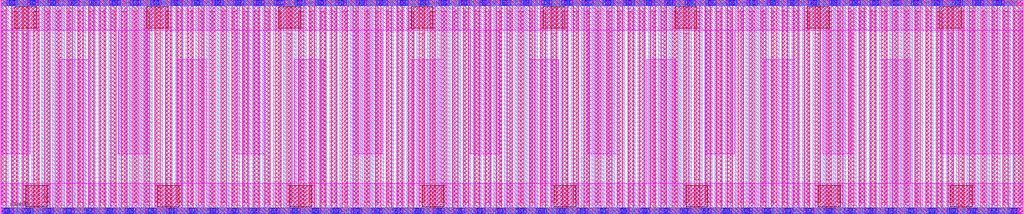
<source format=lef>
# Copyright 2020 The SkyWater PDK Authors
#
# Licensed under the Apache License, Version 2.0 (the "License");
# you may not use this file except in compliance with the License.
# You may obtain a copy of the License at
#
#     https://www.apache.org/licenses/LICENSE-2.0
#
# Unless required by applicable law or agreed to in writing, software
# distributed under the License is distributed on an "AS IS" BASIS,
# WITHOUT WARRANTIES OR CONDITIONS OF ANY KIND, either express or implied.
# See the License for the specific language governing permissions and
# limitations under the License.
#
# SPDX-License-Identifier: Apache-2.0

VERSION 5.7 ;
  NOWIREEXTENSIONATPIN ON ;
  DIVIDERCHAR "/" ;
  BUSBITCHARS "[]" ;
MACRO sky130_fd_pr__cap_vpp_55p8x11p7_pol1m1m2m3m4m5_noshield
  CLASS BLOCK ;
  FOREIGN sky130_fd_pr__cap_vpp_55p8x11p7_pol1m1m2m3m4m5_noshield ;
  ORIGIN  0.000000  0.000000 ;
  SIZE  55.73000 BY  11.69000 ;
  OBS
    LAYER li1 ;
      RECT  0.000000  0.000000 55.730000  0.330000 ;
      RECT  0.000000  0.330000  0.140000 11.220000 ;
      RECT  0.000000 11.360000 55.730000 11.690000 ;
      RECT  0.280000  0.470000  0.420000 11.360000 ;
      RECT  0.560000  0.330000  0.700000 11.220000 ;
      RECT  0.840000  0.470000  0.980000 11.360000 ;
      RECT  1.120000  0.330000  1.260000 11.220000 ;
      RECT  1.400000  0.470000  1.540000 11.360000 ;
      RECT  1.680000  0.330000  1.820000 11.220000 ;
      RECT  1.960000  0.470000  2.100000 11.360000 ;
      RECT  2.240000  0.330000  2.380000 11.220000 ;
      RECT  2.520000  0.470000  2.660000 11.360000 ;
      RECT  2.800000  0.330000  2.940000 11.220000 ;
      RECT  3.080000  0.470000  3.220000 11.360000 ;
      RECT  3.360000  0.330000  3.500000 11.220000 ;
      RECT  3.640000  0.470000  3.780000 11.360000 ;
      RECT  3.920000  0.330000  4.060000 11.220000 ;
      RECT  4.200000  0.470000  4.340000 11.360000 ;
      RECT  4.480000  0.330000  4.620000 11.220000 ;
      RECT  4.760000  0.470000  4.900000 11.360000 ;
      RECT  5.040000  0.330000  5.180000 11.220000 ;
      RECT  5.320000  0.470000  5.460000 11.360000 ;
      RECT  5.600000  0.330000  5.740000 11.220000 ;
      RECT  5.880000  0.470000  6.020000 11.360000 ;
      RECT  6.160000  0.330000  6.300000 11.220000 ;
      RECT  6.440000  0.470000  6.580000 11.360000 ;
      RECT  6.720000  0.330000  6.860000 11.220000 ;
      RECT  7.000000  0.470000  7.140000 11.360000 ;
      RECT  7.280000  0.330000  7.420000 11.220000 ;
      RECT  7.560000  0.470000  7.700000 11.360000 ;
      RECT  7.840000  0.330000  7.980000 11.220000 ;
      RECT  8.120000  0.470000  8.260000 11.360000 ;
      RECT  8.400000  0.330000  8.540000 11.220000 ;
      RECT  8.680000  0.470000  8.820000 11.360000 ;
      RECT  8.960000  0.330000  9.100000 11.220000 ;
      RECT  9.240000  0.470000  9.380000 11.360000 ;
      RECT  9.520000  0.330000  9.660000 11.220000 ;
      RECT  9.800000  0.470000  9.940000 11.360000 ;
      RECT 10.080000  0.330000 10.220000 11.220000 ;
      RECT 10.360000  0.470000 10.500000 11.360000 ;
      RECT 10.640000  0.330000 10.780000 11.220000 ;
      RECT 10.920000  0.470000 11.060000 11.360000 ;
      RECT 11.200000  0.330000 11.340000 11.220000 ;
      RECT 11.480000  0.470000 11.620000 11.360000 ;
      RECT 11.760000  0.330000 11.900000 11.220000 ;
      RECT 12.040000  0.470000 12.180000 11.360000 ;
      RECT 12.320000  0.330000 12.460000 11.220000 ;
      RECT 12.600000  0.470000 12.740000 11.360000 ;
      RECT 12.880000  0.330000 13.020000 11.220000 ;
      RECT 13.160000  0.470000 13.300000 11.360000 ;
      RECT 13.440000  0.330000 13.580000 11.220000 ;
      RECT 13.720000  0.470000 13.860000 11.360000 ;
      RECT 14.000000  0.330000 14.140000 11.220000 ;
      RECT 14.280000  0.470000 14.420000 11.360000 ;
      RECT 14.560000  0.330000 14.700000 11.220000 ;
      RECT 14.840000  0.470000 14.980000 11.360000 ;
      RECT 15.120000  0.330000 15.260000 11.220000 ;
      RECT 15.400000  0.470000 15.540000 11.360000 ;
      RECT 15.680000  0.330000 15.820000 11.220000 ;
      RECT 15.960000  0.470000 16.100000 11.360000 ;
      RECT 16.240000  0.330000 16.380000 11.220000 ;
      RECT 16.520000  0.470000 16.660000 11.360000 ;
      RECT 16.800000  0.330000 16.940000 11.220000 ;
      RECT 17.080000  0.470000 17.220000 11.360000 ;
      RECT 17.360000  0.330000 17.500000 11.220000 ;
      RECT 17.640000  0.470000 17.780000 11.360000 ;
      RECT 17.920000  0.330000 18.060000 11.220000 ;
      RECT 18.200000  0.470000 18.340000 11.360000 ;
      RECT 18.480000  0.330000 18.620000 11.220000 ;
      RECT 18.760000  0.470000 18.900000 11.360000 ;
      RECT 19.040000  0.330000 19.180000 11.220000 ;
      RECT 19.320000  0.470000 19.460000 11.360000 ;
      RECT 19.600000  0.330000 19.740000 11.220000 ;
      RECT 19.880000  0.470000 20.020000 11.360000 ;
      RECT 20.160000  0.330000 20.300000 11.220000 ;
      RECT 20.440000  0.470000 20.580000 11.360000 ;
      RECT 20.720000  0.330000 20.860000 11.220000 ;
      RECT 21.000000  0.470000 21.140000 11.360000 ;
      RECT 21.280000  0.330000 21.420000 11.220000 ;
      RECT 21.560000  0.470000 21.700000 11.360000 ;
      RECT 21.840000  0.330000 21.980000 11.220000 ;
      RECT 22.120000  0.470000 22.260000 11.360000 ;
      RECT 22.400000  0.330000 22.540000 11.220000 ;
      RECT 22.680000  0.470000 22.820000 11.360000 ;
      RECT 22.960000  0.330000 23.100000 11.220000 ;
      RECT 23.240000  0.470000 23.380000 11.360000 ;
      RECT 23.520000  0.330000 23.660000 11.220000 ;
      RECT 23.800000  0.470000 23.940000 11.360000 ;
      RECT 24.080000  0.330000 24.220000 11.220000 ;
      RECT 24.360000  0.470000 24.500000 11.360000 ;
      RECT 24.640000  0.330000 24.780000 11.220000 ;
      RECT 24.920000  0.470000 25.060000 11.360000 ;
      RECT 25.200000  0.330000 25.340000 11.220000 ;
      RECT 25.480000  0.470000 25.620000 11.360000 ;
      RECT 25.760000  0.330000 25.900000 11.220000 ;
      RECT 26.040000  0.470000 26.180000 11.360000 ;
      RECT 26.320000  0.330000 26.460000 11.220000 ;
      RECT 26.600000  0.470000 26.740000 11.360000 ;
      RECT 26.880000  0.330000 27.020000 11.220000 ;
      RECT 27.160000  0.470000 27.300000 11.360000 ;
      RECT 27.440000  0.330000 27.580000 11.220000 ;
      RECT 27.720000  0.470000 27.860000 11.360000 ;
      RECT 28.000000  0.330000 28.140000 11.220000 ;
      RECT 28.280000  0.470000 28.420000 11.360000 ;
      RECT 28.560000  0.330000 28.700000 11.220000 ;
      RECT 28.840000  0.470000 28.980000 11.360000 ;
      RECT 29.120000  0.330000 29.260000 11.220000 ;
      RECT 29.400000  0.470000 29.540000 11.360000 ;
      RECT 29.680000  0.330000 29.820000 11.220000 ;
      RECT 29.960000  0.470000 30.100000 11.360000 ;
      RECT 30.240000  0.330000 30.380000 11.220000 ;
      RECT 30.520000  0.470000 30.660000 11.360000 ;
      RECT 30.800000  0.330000 30.940000 11.220000 ;
      RECT 31.080000  0.470000 31.220000 11.360000 ;
      RECT 31.360000  0.330000 31.500000 11.220000 ;
      RECT 31.640000  0.470000 31.780000 11.360000 ;
      RECT 31.920000  0.330000 32.060000 11.220000 ;
      RECT 32.200000  0.470000 32.340000 11.360000 ;
      RECT 32.480000  0.330000 32.620000 11.220000 ;
      RECT 32.760000  0.470000 32.900000 11.360000 ;
      RECT 33.040000  0.330000 33.180000 11.220000 ;
      RECT 33.320000  0.470000 33.460000 11.360000 ;
      RECT 33.600000  0.330000 33.740000 11.220000 ;
      RECT 33.880000  0.470000 34.020000 11.360000 ;
      RECT 34.160000  0.330000 34.300000 11.220000 ;
      RECT 34.440000  0.470000 34.580000 11.360000 ;
      RECT 34.720000  0.330000 34.860000 11.220000 ;
      RECT 35.000000  0.470000 35.140000 11.360000 ;
      RECT 35.280000  0.330000 35.420000 11.220000 ;
      RECT 35.560000  0.470000 35.700000 11.360000 ;
      RECT 35.840000  0.330000 35.980000 11.220000 ;
      RECT 36.120000  0.470000 36.260000 11.360000 ;
      RECT 36.400000  0.330000 36.540000 11.220000 ;
      RECT 36.680000  0.470000 36.820000 11.360000 ;
      RECT 36.960000  0.330000 37.100000 11.220000 ;
      RECT 37.240000  0.470000 37.380000 11.360000 ;
      RECT 37.520000  0.330000 37.660000 11.220000 ;
      RECT 37.800000  0.470000 37.940000 11.360000 ;
      RECT 38.080000  0.330000 38.220000 11.220000 ;
      RECT 38.360000  0.470000 38.500000 11.360000 ;
      RECT 38.640000  0.330000 38.780000 11.220000 ;
      RECT 38.920000  0.470000 39.060000 11.360000 ;
      RECT 39.200000  0.330000 39.340000 11.220000 ;
      RECT 39.480000  0.470000 39.620000 11.360000 ;
      RECT 39.760000  0.330000 39.900000 11.220000 ;
      RECT 40.040000  0.470000 40.180000 11.360000 ;
      RECT 40.320000  0.330000 40.460000 11.220000 ;
      RECT 40.600000  0.470000 40.740000 11.360000 ;
      RECT 40.880000  0.330000 41.020000 11.220000 ;
      RECT 41.160000  0.470000 41.300000 11.360000 ;
      RECT 41.440000  0.330000 41.580000 11.220000 ;
      RECT 41.720000  0.470000 41.860000 11.360000 ;
      RECT 42.000000  0.330000 42.140000 11.220000 ;
      RECT 42.280000  0.470000 42.420000 11.360000 ;
      RECT 42.560000  0.330000 42.700000 11.220000 ;
      RECT 42.840000  0.470000 42.980000 11.360000 ;
      RECT 43.120000  0.330000 43.260000 11.220000 ;
      RECT 43.400000  0.470000 43.540000 11.360000 ;
      RECT 43.680000  0.330000 43.820000 11.220000 ;
      RECT 43.960000  0.470000 44.100000 11.360000 ;
      RECT 44.240000  0.330000 44.380000 11.220000 ;
      RECT 44.520000  0.470000 44.660000 11.360000 ;
      RECT 44.800000  0.330000 44.940000 11.220000 ;
      RECT 45.080000  0.470000 45.220000 11.360000 ;
      RECT 45.360000  0.330000 45.500000 11.220000 ;
      RECT 45.640000  0.470000 45.780000 11.360000 ;
      RECT 45.920000  0.330000 46.060000 11.220000 ;
      RECT 46.200000  0.470000 46.340000 11.360000 ;
      RECT 46.480000  0.330000 46.620000 11.220000 ;
      RECT 46.760000  0.470000 46.900000 11.360000 ;
      RECT 47.040000  0.330000 47.180000 11.220000 ;
      RECT 47.320000  0.470000 47.460000 11.360000 ;
      RECT 47.600000  0.330000 47.740000 11.220000 ;
      RECT 47.880000  0.470000 48.020000 11.360000 ;
      RECT 48.160000  0.330000 48.300000 11.220000 ;
      RECT 48.440000  0.470000 48.580000 11.360000 ;
      RECT 48.720000  0.330000 48.860000 11.220000 ;
      RECT 49.000000  0.470000 49.140000 11.360000 ;
      RECT 49.280000  0.330000 49.420000 11.220000 ;
      RECT 49.560000  0.470000 49.700000 11.360000 ;
      RECT 49.840000  0.330000 49.980000 11.220000 ;
      RECT 50.120000  0.470000 50.260000 11.360000 ;
      RECT 50.400000  0.330000 50.540000 11.220000 ;
      RECT 50.680000  0.470000 50.820000 11.360000 ;
      RECT 50.960000  0.330000 51.100000 11.220000 ;
      RECT 51.240000  0.470000 51.380000 11.360000 ;
      RECT 51.520000  0.330000 51.660000 11.220000 ;
      RECT 51.800000  0.470000 51.940000 11.360000 ;
      RECT 52.080000  0.330000 52.220000 11.220000 ;
      RECT 52.360000  0.470000 52.500000 11.360000 ;
      RECT 52.640000  0.330000 52.780000 11.220000 ;
      RECT 52.920000  0.470000 53.060000 11.360000 ;
      RECT 53.200000  0.330000 53.340000 11.220000 ;
      RECT 53.480000  0.470000 53.620000 11.360000 ;
      RECT 53.760000  0.330000 53.900000 11.220000 ;
      RECT 54.040000  0.470000 54.180000 11.360000 ;
      RECT 54.320000  0.330000 54.460000 11.220000 ;
      RECT 54.600000  0.470000 54.740000 11.360000 ;
      RECT 54.880000  0.330000 55.020000 11.220000 ;
      RECT 55.160000  0.470000 55.300000 11.360000 ;
      RECT 55.440000  0.330000 55.730000 11.220000 ;
    LAYER mcon ;
      RECT  0.190000  0.080000  0.360000  0.250000 ;
      RECT  0.190000 11.440000  0.360000 11.610000 ;
      RECT  0.550000  0.080000  0.720000  0.250000 ;
      RECT  0.550000 11.440000  0.720000 11.610000 ;
      RECT  0.910000  0.080000  1.080000  0.250000 ;
      RECT  0.910000 11.440000  1.080000 11.610000 ;
      RECT  1.270000  0.080000  1.440000  0.250000 ;
      RECT  1.270000 11.440000  1.440000 11.610000 ;
      RECT  1.630000  0.080000  1.800000  0.250000 ;
      RECT  1.630000 11.440000  1.800000 11.610000 ;
      RECT  1.990000  0.080000  2.160000  0.250000 ;
      RECT  1.990000 11.440000  2.160000 11.610000 ;
      RECT  2.350000  0.080000  2.520000  0.250000 ;
      RECT  2.350000 11.440000  2.520000 11.610000 ;
      RECT  2.710000  0.080000  2.880000  0.250000 ;
      RECT  2.710000 11.440000  2.880000 11.610000 ;
      RECT  3.070000  0.080000  3.240000  0.250000 ;
      RECT  3.070000 11.440000  3.240000 11.610000 ;
      RECT  3.430000  0.080000  3.600000  0.250000 ;
      RECT  3.430000 11.440000  3.600000 11.610000 ;
      RECT  3.790000  0.080000  3.960000  0.250000 ;
      RECT  3.790000 11.440000  3.960000 11.610000 ;
      RECT  4.150000  0.080000  4.320000  0.250000 ;
      RECT  4.150000 11.440000  4.320000 11.610000 ;
      RECT  4.510000  0.080000  4.680000  0.250000 ;
      RECT  4.510000 11.440000  4.680000 11.610000 ;
      RECT  4.870000  0.080000  5.040000  0.250000 ;
      RECT  4.870000 11.440000  5.040000 11.610000 ;
      RECT  5.230000  0.080000  5.400000  0.250000 ;
      RECT  5.230000 11.440000  5.400000 11.610000 ;
      RECT  5.590000  0.080000  5.760000  0.250000 ;
      RECT  5.590000 11.440000  5.760000 11.610000 ;
      RECT  5.950000  0.080000  6.120000  0.250000 ;
      RECT  5.950000 11.440000  6.120000 11.610000 ;
      RECT  6.310000  0.080000  6.480000  0.250000 ;
      RECT  6.310000 11.440000  6.480000 11.610000 ;
      RECT  6.670000  0.080000  6.840000  0.250000 ;
      RECT  6.670000 11.440000  6.840000 11.610000 ;
      RECT  7.030000  0.080000  7.200000  0.250000 ;
      RECT  7.030000 11.440000  7.200000 11.610000 ;
      RECT  7.390000  0.080000  7.560000  0.250000 ;
      RECT  7.390000 11.440000  7.560000 11.610000 ;
      RECT  7.750000  0.080000  7.920000  0.250000 ;
      RECT  7.750000 11.440000  7.920000 11.610000 ;
      RECT  8.110000  0.080000  8.280000  0.250000 ;
      RECT  8.110000 11.440000  8.280000 11.610000 ;
      RECT  8.470000  0.080000  8.640000  0.250000 ;
      RECT  8.470000 11.440000  8.640000 11.610000 ;
      RECT  8.830000  0.080000  9.000000  0.250000 ;
      RECT  8.830000 11.440000  9.000000 11.610000 ;
      RECT  9.190000  0.080000  9.360000  0.250000 ;
      RECT  9.190000 11.440000  9.360000 11.610000 ;
      RECT  9.550000  0.080000  9.720000  0.250000 ;
      RECT  9.550000 11.440000  9.720000 11.610000 ;
      RECT  9.910000  0.080000 10.080000  0.250000 ;
      RECT  9.910000 11.440000 10.080000 11.610000 ;
      RECT 10.270000  0.080000 10.440000  0.250000 ;
      RECT 10.270000 11.440000 10.440000 11.610000 ;
      RECT 10.630000  0.080000 10.800000  0.250000 ;
      RECT 10.630000 11.440000 10.800000 11.610000 ;
      RECT 10.990000  0.080000 11.160000  0.250000 ;
      RECT 10.990000 11.440000 11.160000 11.610000 ;
      RECT 11.350000  0.080000 11.520000  0.250000 ;
      RECT 11.350000 11.440000 11.520000 11.610000 ;
      RECT 11.710000  0.080000 11.880000  0.250000 ;
      RECT 11.710000 11.440000 11.880000 11.610000 ;
      RECT 12.070000  0.080000 12.240000  0.250000 ;
      RECT 12.070000 11.440000 12.240000 11.610000 ;
      RECT 12.430000  0.080000 12.600000  0.250000 ;
      RECT 12.430000 11.440000 12.600000 11.610000 ;
      RECT 12.790000  0.080000 12.960000  0.250000 ;
      RECT 12.790000 11.440000 12.960000 11.610000 ;
      RECT 13.150000  0.080000 13.320000  0.250000 ;
      RECT 13.150000 11.440000 13.320000 11.610000 ;
      RECT 13.510000  0.080000 13.680000  0.250000 ;
      RECT 13.510000 11.440000 13.680000 11.610000 ;
      RECT 13.870000  0.080000 14.040000  0.250000 ;
      RECT 13.870000 11.440000 14.040000 11.610000 ;
      RECT 14.230000  0.080000 14.400000  0.250000 ;
      RECT 14.230000 11.440000 14.400000 11.610000 ;
      RECT 14.590000  0.080000 14.760000  0.250000 ;
      RECT 14.590000 11.440000 14.760000 11.610000 ;
      RECT 14.950000  0.080000 15.120000  0.250000 ;
      RECT 14.950000 11.440000 15.120000 11.610000 ;
      RECT 15.310000  0.080000 15.480000  0.250000 ;
      RECT 15.310000 11.440000 15.480000 11.610000 ;
      RECT 15.670000  0.080000 15.840000  0.250000 ;
      RECT 15.670000 11.440000 15.840000 11.610000 ;
      RECT 16.030000  0.080000 16.200000  0.250000 ;
      RECT 16.030000 11.440000 16.200000 11.610000 ;
      RECT 16.390000  0.080000 16.560000  0.250000 ;
      RECT 16.390000 11.440000 16.560000 11.610000 ;
      RECT 16.750000  0.080000 16.920000  0.250000 ;
      RECT 16.750000 11.440000 16.920000 11.610000 ;
      RECT 17.110000  0.080000 17.280000  0.250000 ;
      RECT 17.110000 11.440000 17.280000 11.610000 ;
      RECT 17.470000  0.080000 17.640000  0.250000 ;
      RECT 17.470000 11.440000 17.640000 11.610000 ;
      RECT 17.830000  0.080000 18.000000  0.250000 ;
      RECT 17.830000 11.440000 18.000000 11.610000 ;
      RECT 18.190000  0.080000 18.360000  0.250000 ;
      RECT 18.190000 11.440000 18.360000 11.610000 ;
      RECT 18.550000  0.080000 18.720000  0.250000 ;
      RECT 18.550000 11.440000 18.720000 11.610000 ;
      RECT 18.910000  0.080000 19.080000  0.250000 ;
      RECT 18.910000 11.440000 19.080000 11.610000 ;
      RECT 19.270000  0.080000 19.440000  0.250000 ;
      RECT 19.270000 11.440000 19.440000 11.610000 ;
      RECT 19.630000  0.080000 19.800000  0.250000 ;
      RECT 19.630000 11.440000 19.800000 11.610000 ;
      RECT 19.990000  0.080000 20.160000  0.250000 ;
      RECT 19.990000 11.440000 20.160000 11.610000 ;
      RECT 20.350000  0.080000 20.520000  0.250000 ;
      RECT 20.350000 11.440000 20.520000 11.610000 ;
      RECT 20.710000  0.080000 20.880000  0.250000 ;
      RECT 20.710000 11.440000 20.880000 11.610000 ;
      RECT 21.070000  0.080000 21.240000  0.250000 ;
      RECT 21.070000 11.440000 21.240000 11.610000 ;
      RECT 21.430000  0.080000 21.600000  0.250000 ;
      RECT 21.430000 11.440000 21.600000 11.610000 ;
      RECT 21.790000  0.080000 21.960000  0.250000 ;
      RECT 21.790000 11.440000 21.960000 11.610000 ;
      RECT 22.150000  0.080000 22.320000  0.250000 ;
      RECT 22.150000 11.440000 22.320000 11.610000 ;
      RECT 22.510000  0.080000 22.680000  0.250000 ;
      RECT 22.510000 11.440000 22.680000 11.610000 ;
      RECT 22.870000  0.080000 23.040000  0.250000 ;
      RECT 22.870000 11.440000 23.040000 11.610000 ;
      RECT 23.230000  0.080000 23.400000  0.250000 ;
      RECT 23.230000 11.440000 23.400000 11.610000 ;
      RECT 23.590000  0.080000 23.760000  0.250000 ;
      RECT 23.590000 11.440000 23.760000 11.610000 ;
      RECT 23.950000  0.080000 24.120000  0.250000 ;
      RECT 23.950000 11.440000 24.120000 11.610000 ;
      RECT 24.310000  0.080000 24.480000  0.250000 ;
      RECT 24.310000 11.440000 24.480000 11.610000 ;
      RECT 24.670000  0.080000 24.840000  0.250000 ;
      RECT 24.670000 11.440000 24.840000 11.610000 ;
      RECT 25.030000  0.080000 25.200000  0.250000 ;
      RECT 25.030000 11.440000 25.200000 11.610000 ;
      RECT 25.390000  0.080000 25.560000  0.250000 ;
      RECT 25.390000 11.440000 25.560000 11.610000 ;
      RECT 25.750000  0.080000 25.920000  0.250000 ;
      RECT 25.750000 11.440000 25.920000 11.610000 ;
      RECT 26.110000  0.080000 26.280000  0.250000 ;
      RECT 26.110000 11.440000 26.280000 11.610000 ;
      RECT 26.470000  0.080000 26.640000  0.250000 ;
      RECT 26.470000 11.440000 26.640000 11.610000 ;
      RECT 26.830000  0.080000 27.000000  0.250000 ;
      RECT 26.830000 11.440000 27.000000 11.610000 ;
      RECT 27.190000  0.080000 27.360000  0.250000 ;
      RECT 27.190000 11.440000 27.360000 11.610000 ;
      RECT 27.550000  0.080000 27.720000  0.250000 ;
      RECT 27.550000 11.440000 27.720000 11.610000 ;
      RECT 27.910000  0.080000 28.080000  0.250000 ;
      RECT 27.910000 11.440000 28.080000 11.610000 ;
      RECT 28.270000  0.080000 28.440000  0.250000 ;
      RECT 28.270000 11.440000 28.440000 11.610000 ;
      RECT 28.630000  0.080000 28.800000  0.250000 ;
      RECT 28.630000 11.440000 28.800000 11.610000 ;
      RECT 28.990000  0.080000 29.160000  0.250000 ;
      RECT 28.990000 11.440000 29.160000 11.610000 ;
      RECT 29.350000  0.080000 29.520000  0.250000 ;
      RECT 29.350000 11.440000 29.520000 11.610000 ;
      RECT 29.710000  0.080000 29.880000  0.250000 ;
      RECT 29.710000 11.440000 29.880000 11.610000 ;
      RECT 30.070000  0.080000 30.240000  0.250000 ;
      RECT 30.070000 11.440000 30.240000 11.610000 ;
      RECT 30.430000  0.080000 30.600000  0.250000 ;
      RECT 30.430000 11.440000 30.600000 11.610000 ;
      RECT 30.790000  0.080000 30.960000  0.250000 ;
      RECT 30.790000 11.440000 30.960000 11.610000 ;
      RECT 31.150000  0.080000 31.320000  0.250000 ;
      RECT 31.150000 11.440000 31.320000 11.610000 ;
      RECT 31.510000  0.080000 31.680000  0.250000 ;
      RECT 31.510000 11.440000 31.680000 11.610000 ;
      RECT 31.870000  0.080000 32.040000  0.250000 ;
      RECT 31.870000 11.440000 32.040000 11.610000 ;
      RECT 32.230000  0.080000 32.400000  0.250000 ;
      RECT 32.230000 11.440000 32.400000 11.610000 ;
      RECT 32.590000  0.080000 32.760000  0.250000 ;
      RECT 32.590000 11.440000 32.760000 11.610000 ;
      RECT 32.950000  0.080000 33.120000  0.250000 ;
      RECT 32.950000 11.440000 33.120000 11.610000 ;
      RECT 33.310000  0.080000 33.480000  0.250000 ;
      RECT 33.310000 11.440000 33.480000 11.610000 ;
      RECT 33.670000  0.080000 33.840000  0.250000 ;
      RECT 33.670000 11.440000 33.840000 11.610000 ;
      RECT 34.030000  0.080000 34.200000  0.250000 ;
      RECT 34.030000 11.440000 34.200000 11.610000 ;
      RECT 34.390000  0.080000 34.560000  0.250000 ;
      RECT 34.390000 11.440000 34.560000 11.610000 ;
      RECT 34.750000  0.080000 34.920000  0.250000 ;
      RECT 34.750000 11.440000 34.920000 11.610000 ;
      RECT 35.110000  0.080000 35.280000  0.250000 ;
      RECT 35.110000 11.440000 35.280000 11.610000 ;
      RECT 35.470000  0.080000 35.640000  0.250000 ;
      RECT 35.470000 11.440000 35.640000 11.610000 ;
      RECT 35.830000  0.080000 36.000000  0.250000 ;
      RECT 35.830000 11.440000 36.000000 11.610000 ;
      RECT 36.190000  0.080000 36.360000  0.250000 ;
      RECT 36.190000 11.440000 36.360000 11.610000 ;
      RECT 36.550000  0.080000 36.720000  0.250000 ;
      RECT 36.550000 11.440000 36.720000 11.610000 ;
      RECT 36.910000  0.080000 37.080000  0.250000 ;
      RECT 36.910000 11.440000 37.080000 11.610000 ;
      RECT 37.270000  0.080000 37.440000  0.250000 ;
      RECT 37.270000 11.440000 37.440000 11.610000 ;
      RECT 37.630000  0.080000 37.800000  0.250000 ;
      RECT 37.630000 11.440000 37.800000 11.610000 ;
      RECT 37.990000  0.080000 38.160000  0.250000 ;
      RECT 37.990000 11.440000 38.160000 11.610000 ;
      RECT 38.350000  0.080000 38.520000  0.250000 ;
      RECT 38.350000 11.440000 38.520000 11.610000 ;
      RECT 38.710000  0.080000 38.880000  0.250000 ;
      RECT 38.710000 11.440000 38.880000 11.610000 ;
      RECT 39.070000  0.080000 39.240000  0.250000 ;
      RECT 39.070000 11.440000 39.240000 11.610000 ;
      RECT 39.430000  0.080000 39.600000  0.250000 ;
      RECT 39.430000 11.440000 39.600000 11.610000 ;
      RECT 39.790000  0.080000 39.960000  0.250000 ;
      RECT 39.790000 11.440000 39.960000 11.610000 ;
      RECT 40.150000  0.080000 40.320000  0.250000 ;
      RECT 40.150000 11.440000 40.320000 11.610000 ;
      RECT 40.510000  0.080000 40.680000  0.250000 ;
      RECT 40.510000 11.440000 40.680000 11.610000 ;
      RECT 40.870000  0.080000 41.040000  0.250000 ;
      RECT 40.870000 11.440000 41.040000 11.610000 ;
      RECT 41.230000  0.080000 41.400000  0.250000 ;
      RECT 41.230000 11.440000 41.400000 11.610000 ;
      RECT 41.590000  0.080000 41.760000  0.250000 ;
      RECT 41.590000 11.440000 41.760000 11.610000 ;
      RECT 41.950000  0.080000 42.120000  0.250000 ;
      RECT 41.950000 11.440000 42.120000 11.610000 ;
      RECT 42.310000  0.080000 42.480000  0.250000 ;
      RECT 42.310000 11.440000 42.480000 11.610000 ;
      RECT 42.670000  0.080000 42.840000  0.250000 ;
      RECT 42.670000 11.440000 42.840000 11.610000 ;
      RECT 43.030000  0.080000 43.200000  0.250000 ;
      RECT 43.030000 11.440000 43.200000 11.610000 ;
      RECT 43.390000  0.080000 43.560000  0.250000 ;
      RECT 43.390000 11.440000 43.560000 11.610000 ;
      RECT 43.750000  0.080000 43.920000  0.250000 ;
      RECT 43.750000 11.440000 43.920000 11.610000 ;
      RECT 44.110000  0.080000 44.280000  0.250000 ;
      RECT 44.110000 11.440000 44.280000 11.610000 ;
      RECT 44.470000  0.080000 44.640000  0.250000 ;
      RECT 44.470000 11.440000 44.640000 11.610000 ;
      RECT 44.830000  0.080000 45.000000  0.250000 ;
      RECT 44.830000 11.440000 45.000000 11.610000 ;
      RECT 45.190000  0.080000 45.360000  0.250000 ;
      RECT 45.190000 11.440000 45.360000 11.610000 ;
      RECT 45.550000  0.080000 45.720000  0.250000 ;
      RECT 45.550000 11.440000 45.720000 11.610000 ;
      RECT 45.910000  0.080000 46.080000  0.250000 ;
      RECT 45.910000 11.440000 46.080000 11.610000 ;
      RECT 46.270000  0.080000 46.440000  0.250000 ;
      RECT 46.270000 11.440000 46.440000 11.610000 ;
      RECT 46.630000  0.080000 46.800000  0.250000 ;
      RECT 46.630000 11.440000 46.800000 11.610000 ;
      RECT 46.990000  0.080000 47.160000  0.250000 ;
      RECT 46.990000 11.440000 47.160000 11.610000 ;
      RECT 47.350000  0.080000 47.520000  0.250000 ;
      RECT 47.350000 11.440000 47.520000 11.610000 ;
      RECT 47.710000  0.080000 47.880000  0.250000 ;
      RECT 47.710000 11.440000 47.880000 11.610000 ;
      RECT 48.070000  0.080000 48.240000  0.250000 ;
      RECT 48.070000 11.440000 48.240000 11.610000 ;
      RECT 48.430000  0.080000 48.600000  0.250000 ;
      RECT 48.430000 11.440000 48.600000 11.610000 ;
      RECT 48.790000  0.080000 48.960000  0.250000 ;
      RECT 48.790000 11.440000 48.960000 11.610000 ;
      RECT 49.150000  0.080000 49.320000  0.250000 ;
      RECT 49.150000 11.440000 49.320000 11.610000 ;
      RECT 49.510000  0.080000 49.680000  0.250000 ;
      RECT 49.510000 11.440000 49.680000 11.610000 ;
      RECT 49.870000  0.080000 50.040000  0.250000 ;
      RECT 49.870000 11.440000 50.040000 11.610000 ;
      RECT 50.230000  0.080000 50.400000  0.250000 ;
      RECT 50.230000 11.440000 50.400000 11.610000 ;
      RECT 50.590000  0.080000 50.760000  0.250000 ;
      RECT 50.590000 11.440000 50.760000 11.610000 ;
      RECT 50.950000  0.080000 51.120000  0.250000 ;
      RECT 50.950000 11.440000 51.120000 11.610000 ;
      RECT 51.310000  0.080000 51.480000  0.250000 ;
      RECT 51.310000 11.440000 51.480000 11.610000 ;
      RECT 51.670000  0.080000 51.840000  0.250000 ;
      RECT 51.670000 11.440000 51.840000 11.610000 ;
      RECT 52.030000  0.080000 52.200000  0.250000 ;
      RECT 52.030000 11.440000 52.200000 11.610000 ;
      RECT 52.390000  0.080000 52.560000  0.250000 ;
      RECT 52.390000 11.440000 52.560000 11.610000 ;
      RECT 52.750000  0.080000 52.920000  0.250000 ;
      RECT 52.750000 11.440000 52.920000 11.610000 ;
      RECT 53.110000  0.080000 53.280000  0.250000 ;
      RECT 53.110000 11.440000 53.280000 11.610000 ;
      RECT 53.470000  0.080000 53.640000  0.250000 ;
      RECT 53.470000 11.440000 53.640000 11.610000 ;
      RECT 53.830000  0.080000 54.000000  0.250000 ;
      RECT 53.830000 11.440000 54.000000 11.610000 ;
      RECT 54.190000  0.080000 54.360000  0.250000 ;
      RECT 54.190000 11.440000 54.360000 11.610000 ;
      RECT 54.550000  0.080000 54.720000  0.250000 ;
      RECT 54.550000 11.440000 54.720000 11.610000 ;
      RECT 54.910000  0.080000 55.080000  0.250000 ;
      RECT 54.910000 11.440000 55.080000 11.610000 ;
      RECT 55.270000  0.080000 55.440000  0.250000 ;
      RECT 55.270000 11.440000 55.440000 11.610000 ;
    LAYER met1 ;
      RECT  0.000000  0.000000 55.730000  0.330000 ;
      RECT  0.000000  0.470000  0.140000 11.360000 ;
      RECT  0.000000 11.360000 55.730000 11.690000 ;
      RECT  0.280000  0.330000  0.420000 11.220000 ;
      RECT  0.560000  0.470000  0.700000 11.360000 ;
      RECT  0.840000  0.330000  0.980000 11.220000 ;
      RECT  1.120000  0.470000  1.260000 11.360000 ;
      RECT  1.400000  0.330000  1.540000 11.220000 ;
      RECT  1.680000  0.470000  1.820000 11.360000 ;
      RECT  1.960000  0.330000  2.100000 11.220000 ;
      RECT  2.240000  0.470000  2.380000 11.360000 ;
      RECT  2.520000  0.330000  2.660000 11.220000 ;
      RECT  2.800000  0.470000  2.940000 11.360000 ;
      RECT  3.080000  0.330000  3.220000 11.220000 ;
      RECT  3.360000  0.470000  3.500000 11.360000 ;
      RECT  3.640000  0.330000  3.780000 11.220000 ;
      RECT  3.920000  0.470000  4.060000 11.360000 ;
      RECT  4.200000  0.330000  4.340000 11.220000 ;
      RECT  4.480000  0.470000  4.620000 11.360000 ;
      RECT  4.760000  0.330000  4.900000 11.220000 ;
      RECT  5.040000  0.470000  5.180000 11.360000 ;
      RECT  5.320000  0.330000  5.460000 11.220000 ;
      RECT  5.600000  0.470000  5.740000 11.360000 ;
      RECT  5.880000  0.330000  6.020000 11.220000 ;
      RECT  6.160000  0.470000  6.300000 11.360000 ;
      RECT  6.440000  0.330000  6.580000 11.220000 ;
      RECT  6.720000  0.470000  6.860000 11.360000 ;
      RECT  7.000000  0.330000  7.140000 11.220000 ;
      RECT  7.280000  0.470000  7.420000 11.360000 ;
      RECT  7.560000  0.330000  7.700000 11.220000 ;
      RECT  7.840000  0.470000  7.980000 11.360000 ;
      RECT  8.120000  0.330000  8.260000 11.220000 ;
      RECT  8.400000  0.470000  8.540000 11.360000 ;
      RECT  8.680000  0.330000  8.820000 11.220000 ;
      RECT  8.960000  0.470000  9.100000 11.360000 ;
      RECT  9.240000  0.330000  9.380000 11.220000 ;
      RECT  9.520000  0.470000  9.660000 11.360000 ;
      RECT  9.800000  0.330000  9.940000 11.220000 ;
      RECT 10.080000  0.470000 10.220000 11.360000 ;
      RECT 10.360000  0.330000 10.500000 11.220000 ;
      RECT 10.640000  0.470000 10.780000 11.360000 ;
      RECT 10.920000  0.330000 11.060000 11.220000 ;
      RECT 11.200000  0.470000 11.340000 11.360000 ;
      RECT 11.480000  0.330000 11.620000 11.220000 ;
      RECT 11.760000  0.470000 11.900000 11.360000 ;
      RECT 12.040000  0.330000 12.180000 11.220000 ;
      RECT 12.320000  0.470000 12.460000 11.360000 ;
      RECT 12.600000  0.330000 12.740000 11.220000 ;
      RECT 12.880000  0.470000 13.020000 11.360000 ;
      RECT 13.160000  0.330000 13.300000 11.220000 ;
      RECT 13.440000  0.470000 13.580000 11.360000 ;
      RECT 13.720000  0.330000 13.860000 11.220000 ;
      RECT 14.000000  0.470000 14.140000 11.360000 ;
      RECT 14.280000  0.330000 14.420000 11.220000 ;
      RECT 14.560000  0.470000 14.700000 11.360000 ;
      RECT 14.840000  0.330000 14.980000 11.220000 ;
      RECT 15.120000  0.470000 15.260000 11.360000 ;
      RECT 15.400000  0.330000 15.540000 11.220000 ;
      RECT 15.680000  0.470000 15.820000 11.360000 ;
      RECT 15.960000  0.330000 16.100000 11.220000 ;
      RECT 16.240000  0.470000 16.380000 11.360000 ;
      RECT 16.520000  0.330000 16.660000 11.220000 ;
      RECT 16.800000  0.470000 16.940000 11.360000 ;
      RECT 17.080000  0.330000 17.220000 11.220000 ;
      RECT 17.360000  0.470000 17.500000 11.360000 ;
      RECT 17.640000  0.330000 17.780000 11.220000 ;
      RECT 17.920000  0.470000 18.060000 11.360000 ;
      RECT 18.200000  0.330000 18.340000 11.220000 ;
      RECT 18.480000  0.470000 18.620000 11.360000 ;
      RECT 18.760000  0.330000 18.900000 11.220000 ;
      RECT 19.040000  0.470000 19.180000 11.360000 ;
      RECT 19.320000  0.330000 19.460000 11.220000 ;
      RECT 19.600000  0.470000 19.740000 11.360000 ;
      RECT 19.880000  0.330000 20.020000 11.220000 ;
      RECT 20.160000  0.470000 20.300000 11.360000 ;
      RECT 20.440000  0.330000 20.580000 11.220000 ;
      RECT 20.720000  0.470000 20.860000 11.360000 ;
      RECT 21.000000  0.330000 21.140000 11.220000 ;
      RECT 21.280000  0.470000 21.420000 11.360000 ;
      RECT 21.560000  0.330000 21.700000 11.220000 ;
      RECT 21.840000  0.470000 21.980000 11.360000 ;
      RECT 22.120000  0.330000 22.260000 11.220000 ;
      RECT 22.400000  0.470000 22.540000 11.360000 ;
      RECT 22.680000  0.330000 22.820000 11.220000 ;
      RECT 22.960000  0.470000 23.100000 11.360000 ;
      RECT 23.240000  0.330000 23.380000 11.220000 ;
      RECT 23.520000  0.470000 23.660000 11.360000 ;
      RECT 23.800000  0.330000 23.940000 11.220000 ;
      RECT 24.080000  0.470000 24.220000 11.360000 ;
      RECT 24.360000  0.330000 24.500000 11.220000 ;
      RECT 24.640000  0.470000 24.780000 11.360000 ;
      RECT 24.920000  0.330000 25.060000 11.220000 ;
      RECT 25.200000  0.470000 25.340000 11.360000 ;
      RECT 25.480000  0.330000 25.620000 11.220000 ;
      RECT 25.760000  0.470000 25.900000 11.360000 ;
      RECT 26.040000  0.330000 26.180000 11.220000 ;
      RECT 26.320000  0.470000 26.460000 11.360000 ;
      RECT 26.600000  0.330000 26.740000 11.220000 ;
      RECT 26.880000  0.470000 27.020000 11.360000 ;
      RECT 27.160000  0.330000 27.300000 11.220000 ;
      RECT 27.440000  0.470000 27.580000 11.360000 ;
      RECT 27.720000  0.330000 27.860000 11.220000 ;
      RECT 28.000000  0.470000 28.140000 11.360000 ;
      RECT 28.280000  0.330000 28.420000 11.220000 ;
      RECT 28.560000  0.470000 28.700000 11.360000 ;
      RECT 28.840000  0.330000 28.980000 11.220000 ;
      RECT 29.120000  0.470000 29.260000 11.360000 ;
      RECT 29.400000  0.330000 29.540000 11.220000 ;
      RECT 29.680000  0.470000 29.820000 11.360000 ;
      RECT 29.960000  0.330000 30.100000 11.220000 ;
      RECT 30.240000  0.470000 30.380000 11.360000 ;
      RECT 30.520000  0.330000 30.660000 11.220000 ;
      RECT 30.800000  0.470000 30.940000 11.360000 ;
      RECT 31.080000  0.330000 31.220000 11.220000 ;
      RECT 31.360000  0.470000 31.500000 11.360000 ;
      RECT 31.640000  0.330000 31.780000 11.220000 ;
      RECT 31.920000  0.470000 32.060000 11.360000 ;
      RECT 32.200000  0.330000 32.340000 11.220000 ;
      RECT 32.480000  0.470000 32.620000 11.360000 ;
      RECT 32.760000  0.330000 32.900000 11.220000 ;
      RECT 33.040000  0.470000 33.180000 11.360000 ;
      RECT 33.320000  0.330000 33.460000 11.220000 ;
      RECT 33.600000  0.470000 33.740000 11.360000 ;
      RECT 33.880000  0.330000 34.020000 11.220000 ;
      RECT 34.160000  0.470000 34.300000 11.360000 ;
      RECT 34.440000  0.330000 34.580000 11.220000 ;
      RECT 34.720000  0.470000 34.860000 11.360000 ;
      RECT 35.000000  0.330000 35.140000 11.220000 ;
      RECT 35.280000  0.470000 35.420000 11.360000 ;
      RECT 35.560000  0.330000 35.700000 11.220000 ;
      RECT 35.840000  0.470000 35.980000 11.360000 ;
      RECT 36.120000  0.330000 36.260000 11.220000 ;
      RECT 36.400000  0.470000 36.540000 11.360000 ;
      RECT 36.680000  0.330000 36.820000 11.220000 ;
      RECT 36.960000  0.470000 37.100000 11.360000 ;
      RECT 37.240000  0.330000 37.380000 11.220000 ;
      RECT 37.520000  0.470000 37.660000 11.360000 ;
      RECT 37.800000  0.330000 37.940000 11.220000 ;
      RECT 38.080000  0.470000 38.220000 11.360000 ;
      RECT 38.360000  0.330000 38.500000 11.220000 ;
      RECT 38.640000  0.470000 38.780000 11.360000 ;
      RECT 38.920000  0.330000 39.060000 11.220000 ;
      RECT 39.200000  0.470000 39.340000 11.360000 ;
      RECT 39.480000  0.330000 39.620000 11.220000 ;
      RECT 39.760000  0.470000 39.900000 11.360000 ;
      RECT 40.040000  0.330000 40.180000 11.220000 ;
      RECT 40.320000  0.470000 40.460000 11.360000 ;
      RECT 40.600000  0.330000 40.740000 11.220000 ;
      RECT 40.880000  0.470000 41.020000 11.360000 ;
      RECT 41.160000  0.330000 41.300000 11.220000 ;
      RECT 41.440000  0.470000 41.580000 11.360000 ;
      RECT 41.720000  0.330000 41.860000 11.220000 ;
      RECT 42.000000  0.470000 42.140000 11.360000 ;
      RECT 42.280000  0.330000 42.420000 11.220000 ;
      RECT 42.560000  0.470000 42.700000 11.360000 ;
      RECT 42.840000  0.330000 42.980000 11.220000 ;
      RECT 43.120000  0.470000 43.260000 11.360000 ;
      RECT 43.400000  0.330000 43.540000 11.220000 ;
      RECT 43.680000  0.470000 43.820000 11.360000 ;
      RECT 43.960000  0.330000 44.100000 11.220000 ;
      RECT 44.240000  0.470000 44.380000 11.360000 ;
      RECT 44.520000  0.330000 44.660000 11.220000 ;
      RECT 44.800000  0.470000 44.940000 11.360000 ;
      RECT 45.080000  0.330000 45.220000 11.220000 ;
      RECT 45.360000  0.470000 45.500000 11.360000 ;
      RECT 45.640000  0.330000 45.780000 11.220000 ;
      RECT 45.920000  0.470000 46.060000 11.360000 ;
      RECT 46.200000  0.330000 46.340000 11.220000 ;
      RECT 46.480000  0.470000 46.620000 11.360000 ;
      RECT 46.760000  0.330000 46.900000 11.220000 ;
      RECT 47.040000  0.470000 47.180000 11.360000 ;
      RECT 47.320000  0.330000 47.460000 11.220000 ;
      RECT 47.600000  0.470000 47.740000 11.360000 ;
      RECT 47.880000  0.330000 48.020000 11.220000 ;
      RECT 48.160000  0.470000 48.300000 11.360000 ;
      RECT 48.440000  0.330000 48.580000 11.220000 ;
      RECT 48.720000  0.470000 48.860000 11.360000 ;
      RECT 49.000000  0.330000 49.140000 11.220000 ;
      RECT 49.280000  0.470000 49.420000 11.360000 ;
      RECT 49.560000  0.330000 49.700000 11.220000 ;
      RECT 49.840000  0.470000 49.980000 11.360000 ;
      RECT 50.120000  0.330000 50.260000 11.220000 ;
      RECT 50.400000  0.470000 50.540000 11.360000 ;
      RECT 50.680000  0.330000 50.820000 11.220000 ;
      RECT 50.960000  0.470000 51.100000 11.360000 ;
      RECT 51.240000  0.330000 51.380000 11.220000 ;
      RECT 51.520000  0.470000 51.660000 11.360000 ;
      RECT 51.800000  0.330000 51.940000 11.220000 ;
      RECT 52.080000  0.470000 52.220000 11.360000 ;
      RECT 52.360000  0.330000 52.500000 11.220000 ;
      RECT 52.640000  0.470000 52.780000 11.360000 ;
      RECT 52.920000  0.330000 53.060000 11.220000 ;
      RECT 53.200000  0.470000 53.340000 11.360000 ;
      RECT 53.480000  0.330000 53.620000 11.220000 ;
      RECT 53.760000  0.470000 53.900000 11.360000 ;
      RECT 54.040000  0.330000 54.180000 11.220000 ;
      RECT 54.320000  0.470000 54.460000 11.360000 ;
      RECT 54.600000  0.330000 54.740000 11.220000 ;
      RECT 54.880000  0.470000 55.020000 11.360000 ;
      RECT 55.160000  0.330000 55.300000 11.220000 ;
      RECT 55.440000  0.470000 55.730000 11.360000 ;
    LAYER met2 ;
      RECT  0.000000  0.000000  0.700000  0.330000 ;
      RECT  0.000000  0.330000  0.140000 11.690000 ;
      RECT  0.280000  0.470000  0.420000 11.360000 ;
      RECT  0.280000 11.360000  0.980000 11.690000 ;
      RECT  0.560000  0.330000  0.700000 11.220000 ;
      RECT  0.840000  0.000000  0.980000 11.360000 ;
      RECT  1.120000  0.000000  1.820000  0.330000 ;
      RECT  1.120000  0.330000  1.260000 11.690000 ;
      RECT  1.400000  0.470000  1.540000 11.360000 ;
      RECT  1.400000 11.360000  2.100000 11.690000 ;
      RECT  1.680000  0.330000  1.820000 11.220000 ;
      RECT  1.960000  0.000000  2.100000 11.360000 ;
      RECT  2.240000  0.000000  2.940000  0.330000 ;
      RECT  2.240000  0.330000  2.380000 11.690000 ;
      RECT  2.520000  0.470000  2.660000 11.360000 ;
      RECT  2.520000 11.360000  3.220000 11.690000 ;
      RECT  2.800000  0.330000  2.940000 11.220000 ;
      RECT  3.080000  0.000000  3.220000 11.360000 ;
      RECT  3.360000  0.000000  4.060000  0.330000 ;
      RECT  3.360000  0.330000  3.500000 11.690000 ;
      RECT  3.640000  0.470000  3.780000 11.360000 ;
      RECT  3.640000 11.360000  4.340000 11.690000 ;
      RECT  3.920000  0.330000  4.060000 11.220000 ;
      RECT  4.200000  0.000000  4.340000 11.360000 ;
      RECT  4.480000  0.000000  5.180000  0.330000 ;
      RECT  4.480000  0.330000  4.620000 11.690000 ;
      RECT  4.760000  0.470000  4.900000 11.360000 ;
      RECT  4.760000 11.360000  5.460000 11.690000 ;
      RECT  5.040000  0.330000  5.180000 11.220000 ;
      RECT  5.320000  0.000000  5.460000 11.360000 ;
      RECT  5.600000  0.000000  6.300000  0.330000 ;
      RECT  5.600000  0.330000  5.740000 11.690000 ;
      RECT  5.880000  0.470000  6.020000 11.360000 ;
      RECT  5.880000 11.360000  6.580000 11.690000 ;
      RECT  6.160000  0.330000  6.300000 11.220000 ;
      RECT  6.440000  0.000000  6.580000 11.360000 ;
      RECT  6.720000  0.000000  7.420000  0.330000 ;
      RECT  6.720000  0.330000  6.860000 11.690000 ;
      RECT  7.000000  0.470000  7.140000 11.360000 ;
      RECT  7.000000 11.360000  7.700000 11.690000 ;
      RECT  7.280000  0.330000  7.420000 11.220000 ;
      RECT  7.560000  0.000000  7.700000 11.360000 ;
      RECT  7.840000  0.000000  8.540000  0.330000 ;
      RECT  7.840000  0.330000  7.980000 11.690000 ;
      RECT  8.120000  0.470000  8.260000 11.360000 ;
      RECT  8.120000 11.360000  8.820000 11.690000 ;
      RECT  8.400000  0.330000  8.540000 11.220000 ;
      RECT  8.680000  0.000000  8.820000 11.360000 ;
      RECT  8.960000  0.000000  9.660000  0.330000 ;
      RECT  8.960000  0.330000  9.100000 11.690000 ;
      RECT  9.240000  0.470000  9.380000 11.360000 ;
      RECT  9.240000 11.360000  9.940000 11.690000 ;
      RECT  9.520000  0.330000  9.660000 11.220000 ;
      RECT  9.800000  0.000000  9.940000 11.360000 ;
      RECT 10.080000  0.000000 10.780000  0.330000 ;
      RECT 10.080000  0.330000 10.220000 11.690000 ;
      RECT 10.360000  0.470000 10.500000 11.360000 ;
      RECT 10.360000 11.360000 11.060000 11.690000 ;
      RECT 10.640000  0.330000 10.780000 11.220000 ;
      RECT 10.920000  0.000000 11.060000 11.360000 ;
      RECT 11.200000  0.000000 11.900000  0.330000 ;
      RECT 11.200000  0.330000 11.340000 11.690000 ;
      RECT 11.480000  0.470000 11.620000 11.360000 ;
      RECT 11.480000 11.360000 12.180000 11.690000 ;
      RECT 11.760000  0.330000 11.900000 11.220000 ;
      RECT 12.040000  0.000000 12.180000 11.360000 ;
      RECT 12.320000  0.000000 13.020000  0.330000 ;
      RECT 12.320000  0.330000 12.460000 11.690000 ;
      RECT 12.600000  0.470000 12.740000 11.360000 ;
      RECT 12.600000 11.360000 13.300000 11.690000 ;
      RECT 12.880000  0.330000 13.020000 11.220000 ;
      RECT 13.160000  0.000000 13.300000 11.360000 ;
      RECT 13.440000  0.000000 14.140000  0.330000 ;
      RECT 13.440000  0.330000 13.580000 11.690000 ;
      RECT 13.720000  0.470000 13.860000 11.360000 ;
      RECT 13.720000 11.360000 14.420000 11.690000 ;
      RECT 14.000000  0.330000 14.140000 11.220000 ;
      RECT 14.280000  0.000000 14.420000 11.360000 ;
      RECT 14.560000  0.000000 15.260000  0.330000 ;
      RECT 14.560000  0.330000 14.700000 11.690000 ;
      RECT 14.840000  0.470000 14.980000 11.360000 ;
      RECT 14.840000 11.360000 15.540000 11.690000 ;
      RECT 15.120000  0.330000 15.260000 11.220000 ;
      RECT 15.400000  0.000000 15.540000 11.360000 ;
      RECT 15.680000  0.000000 16.380000  0.330000 ;
      RECT 15.680000  0.330000 15.820000 11.690000 ;
      RECT 15.960000  0.470000 16.100000 11.360000 ;
      RECT 15.960000 11.360000 16.660000 11.690000 ;
      RECT 16.240000  0.330000 16.380000 11.220000 ;
      RECT 16.520000  0.000000 16.660000 11.360000 ;
      RECT 16.800000  0.000000 17.500000  0.330000 ;
      RECT 16.800000  0.330000 16.940000 11.690000 ;
      RECT 17.080000  0.470000 17.220000 11.360000 ;
      RECT 17.080000 11.360000 17.780000 11.690000 ;
      RECT 17.360000  0.330000 17.500000 11.220000 ;
      RECT 17.640000  0.000000 17.780000 11.360000 ;
      RECT 17.920000  0.000000 18.620000  0.330000 ;
      RECT 17.920000  0.330000 18.060000 11.690000 ;
      RECT 18.200000  0.470000 18.340000 11.360000 ;
      RECT 18.200000 11.360000 18.900000 11.690000 ;
      RECT 18.480000  0.330000 18.620000 11.220000 ;
      RECT 18.760000  0.000000 18.900000 11.360000 ;
      RECT 19.040000  0.000000 19.740000  0.330000 ;
      RECT 19.040000  0.330000 19.180000 11.690000 ;
      RECT 19.320000  0.470000 19.460000 11.360000 ;
      RECT 19.320000 11.360000 20.020000 11.690000 ;
      RECT 19.600000  0.330000 19.740000 11.220000 ;
      RECT 19.880000  0.000000 20.020000 11.360000 ;
      RECT 20.160000  0.000000 20.860000  0.330000 ;
      RECT 20.160000  0.330000 20.300000 11.690000 ;
      RECT 20.440000  0.470000 20.580000 11.360000 ;
      RECT 20.440000 11.360000 21.140000 11.690000 ;
      RECT 20.720000  0.330000 20.860000 11.220000 ;
      RECT 21.000000  0.000000 21.140000 11.360000 ;
      RECT 21.280000  0.000000 21.980000  0.330000 ;
      RECT 21.280000  0.330000 21.420000 11.690000 ;
      RECT 21.560000  0.470000 21.700000 11.360000 ;
      RECT 21.560000 11.360000 22.260000 11.690000 ;
      RECT 21.840000  0.330000 21.980000 11.220000 ;
      RECT 22.120000  0.000000 22.260000 11.360000 ;
      RECT 22.400000  0.000000 23.100000  0.330000 ;
      RECT 22.400000  0.330000 22.540000 11.690000 ;
      RECT 22.680000  0.470000 22.820000 11.360000 ;
      RECT 22.680000 11.360000 23.380000 11.690000 ;
      RECT 22.960000  0.330000 23.100000 11.220000 ;
      RECT 23.240000  0.000000 23.380000 11.360000 ;
      RECT 23.520000  0.000000 24.220000  0.330000 ;
      RECT 23.520000  0.330000 23.660000 11.690000 ;
      RECT 23.800000  0.470000 23.940000 11.360000 ;
      RECT 23.800000 11.360000 24.500000 11.690000 ;
      RECT 24.080000  0.330000 24.220000 11.220000 ;
      RECT 24.360000  0.000000 24.500000 11.360000 ;
      RECT 24.640000  0.000000 25.340000  0.330000 ;
      RECT 24.640000  0.330000 24.780000 11.690000 ;
      RECT 24.920000  0.470000 25.060000 11.360000 ;
      RECT 24.920000 11.360000 25.620000 11.690000 ;
      RECT 25.200000  0.330000 25.340000 11.220000 ;
      RECT 25.480000  0.000000 25.620000 11.360000 ;
      RECT 25.760000  0.000000 26.460000  0.330000 ;
      RECT 25.760000  0.330000 25.900000 11.690000 ;
      RECT 26.040000  0.470000 26.180000 11.360000 ;
      RECT 26.040000 11.360000 26.740000 11.690000 ;
      RECT 26.320000  0.330000 26.460000 11.220000 ;
      RECT 26.600000  0.000000 26.740000 11.360000 ;
      RECT 26.880000  0.000000 27.580000  0.330000 ;
      RECT 26.880000  0.330000 27.020000 11.690000 ;
      RECT 27.160000  0.470000 27.300000 11.360000 ;
      RECT 27.160000 11.360000 27.860000 11.690000 ;
      RECT 27.440000  0.330000 27.580000 11.220000 ;
      RECT 27.720000  0.000000 27.860000 11.360000 ;
      RECT 28.000000  0.000000 28.700000  0.330000 ;
      RECT 28.000000  0.330000 28.140000 11.690000 ;
      RECT 28.280000  0.470000 28.420000 11.360000 ;
      RECT 28.280000 11.360000 28.980000 11.690000 ;
      RECT 28.560000  0.330000 28.700000 11.220000 ;
      RECT 28.840000  0.000000 28.980000 11.360000 ;
      RECT 29.120000  0.000000 29.820000  0.330000 ;
      RECT 29.120000  0.330000 29.260000 11.690000 ;
      RECT 29.400000  0.470000 29.540000 11.360000 ;
      RECT 29.400000 11.360000 30.100000 11.690000 ;
      RECT 29.680000  0.330000 29.820000 11.220000 ;
      RECT 29.960000  0.000000 30.100000 11.360000 ;
      RECT 30.240000  0.000000 30.940000  0.330000 ;
      RECT 30.240000  0.330000 30.380000 11.690000 ;
      RECT 30.520000  0.470000 30.660000 11.360000 ;
      RECT 30.520000 11.360000 31.220000 11.690000 ;
      RECT 30.800000  0.330000 30.940000 11.220000 ;
      RECT 31.080000  0.000000 31.220000 11.360000 ;
      RECT 31.360000  0.000000 32.060000  0.330000 ;
      RECT 31.360000  0.330000 31.500000 11.690000 ;
      RECT 31.640000  0.470000 31.780000 11.360000 ;
      RECT 31.640000 11.360000 32.340000 11.690000 ;
      RECT 31.920000  0.330000 32.060000 11.220000 ;
      RECT 32.200000  0.000000 32.340000 11.360000 ;
      RECT 32.480000  0.000000 33.180000  0.330000 ;
      RECT 32.480000  0.330000 32.620000 11.690000 ;
      RECT 32.760000  0.470000 32.900000 11.360000 ;
      RECT 32.760000 11.360000 33.460000 11.690000 ;
      RECT 33.040000  0.330000 33.180000 11.220000 ;
      RECT 33.320000  0.000000 33.460000 11.360000 ;
      RECT 33.600000  0.000000 34.300000  0.330000 ;
      RECT 33.600000  0.330000 33.740000 11.690000 ;
      RECT 33.880000  0.470000 34.020000 11.360000 ;
      RECT 33.880000 11.360000 34.580000 11.690000 ;
      RECT 34.160000  0.330000 34.300000 11.220000 ;
      RECT 34.440000  0.000000 34.580000 11.360000 ;
      RECT 34.720000  0.000000 35.420000  0.330000 ;
      RECT 34.720000  0.330000 34.860000 11.690000 ;
      RECT 35.000000  0.470000 35.140000 11.360000 ;
      RECT 35.000000 11.360000 35.700000 11.690000 ;
      RECT 35.280000  0.330000 35.420000 11.220000 ;
      RECT 35.560000  0.000000 35.700000 11.360000 ;
      RECT 35.840000  0.000000 36.540000  0.330000 ;
      RECT 35.840000  0.330000 35.980000 11.690000 ;
      RECT 36.120000  0.470000 36.260000 11.360000 ;
      RECT 36.120000 11.360000 36.820000 11.690000 ;
      RECT 36.400000  0.330000 36.540000 11.220000 ;
      RECT 36.680000  0.000000 36.820000 11.360000 ;
      RECT 36.960000  0.000000 37.660000  0.330000 ;
      RECT 36.960000  0.330000 37.100000 11.690000 ;
      RECT 37.240000  0.470000 37.380000 11.360000 ;
      RECT 37.240000 11.360000 37.940000 11.690000 ;
      RECT 37.520000  0.330000 37.660000 11.220000 ;
      RECT 37.800000  0.000000 37.940000 11.360000 ;
      RECT 38.080000  0.000000 38.780000  0.330000 ;
      RECT 38.080000  0.330000 38.220000 11.690000 ;
      RECT 38.360000  0.470000 38.500000 11.360000 ;
      RECT 38.360000 11.360000 39.060000 11.690000 ;
      RECT 38.640000  0.330000 38.780000 11.220000 ;
      RECT 38.920000  0.000000 39.060000 11.360000 ;
      RECT 39.200000  0.000000 39.900000  0.330000 ;
      RECT 39.200000  0.330000 39.340000 11.690000 ;
      RECT 39.480000  0.470000 39.620000 11.360000 ;
      RECT 39.480000 11.360000 40.180000 11.690000 ;
      RECT 39.760000  0.330000 39.900000 11.220000 ;
      RECT 40.040000  0.000000 40.180000 11.360000 ;
      RECT 40.320000  0.000000 41.020000  0.330000 ;
      RECT 40.320000  0.330000 40.460000 11.690000 ;
      RECT 40.600000  0.470000 40.740000 11.360000 ;
      RECT 40.600000 11.360000 41.300000 11.690000 ;
      RECT 40.880000  0.330000 41.020000 11.220000 ;
      RECT 41.160000  0.000000 41.300000 11.360000 ;
      RECT 41.440000  0.000000 42.140000  0.330000 ;
      RECT 41.440000  0.330000 41.580000 11.690000 ;
      RECT 41.720000  0.470000 41.860000 11.360000 ;
      RECT 41.720000 11.360000 42.420000 11.690000 ;
      RECT 42.000000  0.330000 42.140000 11.220000 ;
      RECT 42.280000  0.000000 42.420000 11.360000 ;
      RECT 42.560000  0.000000 43.260000  0.330000 ;
      RECT 42.560000  0.330000 42.700000 11.690000 ;
      RECT 42.840000  0.470000 42.980000 11.360000 ;
      RECT 42.840000 11.360000 43.540000 11.690000 ;
      RECT 43.120000  0.330000 43.260000 11.220000 ;
      RECT 43.400000  0.000000 43.540000 11.360000 ;
      RECT 43.680000  0.000000 44.380000  0.330000 ;
      RECT 43.680000  0.330000 43.820000 11.690000 ;
      RECT 43.960000  0.470000 44.100000 11.360000 ;
      RECT 43.960000 11.360000 44.660000 11.690000 ;
      RECT 44.240000  0.330000 44.380000 11.220000 ;
      RECT 44.520000  0.000000 44.660000 11.360000 ;
      RECT 44.800000  0.000000 45.500000  0.330000 ;
      RECT 44.800000  0.330000 44.940000 11.690000 ;
      RECT 45.080000  0.470000 45.220000 11.360000 ;
      RECT 45.080000 11.360000 45.780000 11.690000 ;
      RECT 45.360000  0.330000 45.500000 11.220000 ;
      RECT 45.640000  0.000000 45.780000 11.360000 ;
      RECT 45.920000  0.000000 46.620000  0.330000 ;
      RECT 45.920000  0.330000 46.060000 11.690000 ;
      RECT 46.200000  0.470000 46.340000 11.360000 ;
      RECT 46.200000 11.360000 46.900000 11.690000 ;
      RECT 46.480000  0.330000 46.620000 11.220000 ;
      RECT 46.760000  0.000000 46.900000 11.360000 ;
      RECT 47.040000  0.000000 47.740000  0.330000 ;
      RECT 47.040000  0.330000 47.180000 11.690000 ;
      RECT 47.320000  0.470000 47.460000 11.360000 ;
      RECT 47.320000 11.360000 48.020000 11.690000 ;
      RECT 47.600000  0.330000 47.740000 11.220000 ;
      RECT 47.880000  0.000000 48.020000 11.360000 ;
      RECT 48.160000  0.000000 48.860000  0.330000 ;
      RECT 48.160000  0.330000 48.300000 11.690000 ;
      RECT 48.440000  0.470000 48.580000 11.360000 ;
      RECT 48.440000 11.360000 49.140000 11.690000 ;
      RECT 48.720000  0.330000 48.860000 11.220000 ;
      RECT 49.000000  0.000000 49.140000 11.360000 ;
      RECT 49.280000  0.000000 49.980000  0.330000 ;
      RECT 49.280000  0.330000 49.420000 11.690000 ;
      RECT 49.560000  0.470000 49.700000 11.360000 ;
      RECT 49.560000 11.360000 50.260000 11.690000 ;
      RECT 49.840000  0.330000 49.980000 11.220000 ;
      RECT 50.120000  0.000000 50.260000 11.360000 ;
      RECT 50.400000  0.000000 51.100000  0.330000 ;
      RECT 50.400000  0.330000 50.540000 11.690000 ;
      RECT 50.680000  0.470000 50.820000 11.360000 ;
      RECT 50.680000 11.360000 51.380000 11.690000 ;
      RECT 50.960000  0.330000 51.100000 11.220000 ;
      RECT 51.240000  0.000000 51.380000 11.360000 ;
      RECT 51.520000  0.000000 52.220000  0.330000 ;
      RECT 51.520000  0.330000 51.660000 11.690000 ;
      RECT 51.800000  0.470000 51.940000 11.360000 ;
      RECT 51.800000 11.360000 52.500000 11.690000 ;
      RECT 52.080000  0.330000 52.220000 11.220000 ;
      RECT 52.360000  0.000000 52.500000 11.360000 ;
      RECT 52.640000  0.000000 53.340000  0.330000 ;
      RECT 52.640000  0.330000 52.780000 11.690000 ;
      RECT 52.920000  0.470000 53.060000 11.360000 ;
      RECT 52.920000 11.360000 53.620000 11.690000 ;
      RECT 53.200000  0.330000 53.340000 11.220000 ;
      RECT 53.480000  0.000000 53.620000 11.360000 ;
      RECT 53.760000  0.000000 54.460000  0.330000 ;
      RECT 53.760000  0.330000 53.900000 11.690000 ;
      RECT 54.040000  0.470000 54.180000 11.360000 ;
      RECT 54.040000 11.360000 55.730000 11.690000 ;
      RECT 54.320000  0.330000 54.460000 11.220000 ;
      RECT 54.600000  0.000000 54.740000 11.360000 ;
      RECT 54.880000  0.000000 55.730000  0.330000 ;
      RECT 54.880000  0.330000 55.020000 11.220000 ;
      RECT 55.160000  0.470000 55.300000 11.360000 ;
      RECT 55.440000  0.330000 55.730000 11.220000 ;
    LAYER met3 ;
      RECT  0.000000  0.000000 55.730000  0.330000 ;
      RECT  0.000000  0.630000  0.300000 11.360000 ;
      RECT  0.000000 11.360000 55.730000 11.690000 ;
      RECT  0.600000  0.330000  0.900000 11.060000 ;
      RECT  1.200000  0.630000  1.500000 11.360000 ;
      RECT  1.800000  0.330000  2.100000 11.060000 ;
      RECT  2.400000  0.630000  2.700000 11.360000 ;
      RECT  3.000000  0.330000  3.300000 11.060000 ;
      RECT  3.600000  0.630000  3.900000 11.360000 ;
      RECT  4.200000  0.330000  4.500000 11.060000 ;
      RECT  4.800000  0.630000  5.100000 11.360000 ;
      RECT  5.400000  0.330000  5.700000 11.060000 ;
      RECT  6.000000  0.630000  6.300000 11.360000 ;
      RECT  6.600000  0.330000  6.900000 11.060000 ;
      RECT  7.200000  0.630000  7.500000 11.360000 ;
      RECT  7.800000  0.330000  8.100000 11.060000 ;
      RECT  8.400000  0.630000  8.700000 11.360000 ;
      RECT  9.000000  0.330000  9.300000 11.060000 ;
      RECT  9.600000  0.630000  9.900000 11.360000 ;
      RECT 10.200000  0.330000 10.500000 11.060000 ;
      RECT 10.800000  0.630000 11.100000 11.360000 ;
      RECT 11.400000  0.330000 11.700000 11.060000 ;
      RECT 12.000000  0.630000 12.300000 11.360000 ;
      RECT 12.600000  0.330000 12.900000 11.060000 ;
      RECT 13.200000  0.630000 13.500000 11.360000 ;
      RECT 13.800000  0.330000 14.100000 11.060000 ;
      RECT 14.400000  0.630000 14.700000 11.360000 ;
      RECT 15.000000  0.330000 15.300000 11.060000 ;
      RECT 15.600000  0.630000 15.900000 11.360000 ;
      RECT 16.200000  0.330000 16.500000 11.060000 ;
      RECT 16.800000  0.630000 17.100000 11.360000 ;
      RECT 17.400000  0.330000 17.700000 11.060000 ;
      RECT 18.000000  0.630000 18.300000 11.360000 ;
      RECT 18.600000  0.330000 18.900000 11.060000 ;
      RECT 19.200000  0.630000 19.500000 11.360000 ;
      RECT 19.800000  0.330000 20.100000 11.060000 ;
      RECT 20.400000  0.630000 20.700000 11.360000 ;
      RECT 21.000000  0.330000 21.300000 11.060000 ;
      RECT 21.600000  0.630000 21.900000 11.360000 ;
      RECT 22.200000  0.330000 22.500000 11.060000 ;
      RECT 22.800000  0.630000 23.100000 11.360000 ;
      RECT 23.400000  0.330000 23.700000 11.060000 ;
      RECT 24.000000  0.630000 24.300000 11.360000 ;
      RECT 24.600000  0.330000 24.900000 11.060000 ;
      RECT 25.200000  0.630000 25.500000 11.360000 ;
      RECT 25.800000  0.330000 26.100000 11.060000 ;
      RECT 26.400000  0.630000 26.700000 11.360000 ;
      RECT 27.000000  0.330000 27.300000 11.060000 ;
      RECT 27.600000  0.630000 27.900000 11.360000 ;
      RECT 28.200000  0.330000 28.500000 11.060000 ;
      RECT 28.800000  0.630000 29.100000 11.360000 ;
      RECT 29.400000  0.330000 29.700000 11.060000 ;
      RECT 30.000000  0.630000 30.300000 11.360000 ;
      RECT 30.600000  0.330000 30.900000 11.060000 ;
      RECT 31.200000  0.630000 31.500000 11.360000 ;
      RECT 31.800000  0.330000 32.100000 11.060000 ;
      RECT 32.400000  0.630000 32.700000 11.360000 ;
      RECT 33.000000  0.330000 33.300000 11.060000 ;
      RECT 33.600000  0.630000 33.900000 11.360000 ;
      RECT 34.200000  0.330000 34.500000 11.060000 ;
      RECT 34.800000  0.630000 35.100000 11.360000 ;
      RECT 35.400000  0.330000 35.700000 11.060000 ;
      RECT 36.000000  0.630000 36.300000 11.360000 ;
      RECT 36.600000  0.330000 36.900000 11.060000 ;
      RECT 37.200000  0.630000 37.500000 11.360000 ;
      RECT 37.800000  0.330000 38.100000 11.060000 ;
      RECT 38.400000  0.630000 38.700000 11.360000 ;
      RECT 39.000000  0.330000 39.300000 11.060000 ;
      RECT 39.600000  0.630000 39.900000 11.360000 ;
      RECT 40.200000  0.330000 40.500000 11.060000 ;
      RECT 40.800000  0.630000 41.100000 11.360000 ;
      RECT 41.400000  0.330000 41.700000 11.060000 ;
      RECT 42.000000  0.630000 42.300000 11.360000 ;
      RECT 42.600000  0.330000 42.900000 11.060000 ;
      RECT 43.200000  0.630000 43.500000 11.360000 ;
      RECT 43.800000  0.330000 44.100000 11.060000 ;
      RECT 44.400000  0.630000 44.700000 11.360000 ;
      RECT 45.000000  0.330000 45.300000 11.060000 ;
      RECT 45.600000  0.630000 45.900000 11.360000 ;
      RECT 46.200000  0.330000 46.500000 11.060000 ;
      RECT 46.800000  0.630000 47.100000 11.360000 ;
      RECT 47.400000  0.330000 47.700000 11.060000 ;
      RECT 48.000000  0.630000 48.300000 11.360000 ;
      RECT 48.600000  0.330000 48.900000 11.060000 ;
      RECT 49.200000  0.630000 49.500000 11.360000 ;
      RECT 49.800000  0.330000 50.100000 11.060000 ;
      RECT 50.400000  0.630000 50.700000 11.360000 ;
      RECT 51.000000  0.330000 51.300000 11.060000 ;
      RECT 51.600000  0.630000 51.900000 11.360000 ;
      RECT 52.200000  0.330000 52.500000 11.060000 ;
      RECT 52.800000  0.630000 53.100000 11.360000 ;
      RECT 53.400000  0.330000 53.700000 11.060000 ;
      RECT 54.000000  0.630000 54.300000 11.360000 ;
      RECT 54.600000  0.330000 54.900000 11.060000 ;
      RECT 55.200000  0.630000 55.730000 11.360000 ;
    LAYER met4 ;
      RECT  0.000000  0.000000 55.730000  0.330000 ;
      RECT  0.000000  0.330000  0.300000 11.060000 ;
      RECT  0.000000 11.360000 55.730000 11.690000 ;
      RECT  0.600000  0.630000  0.900000 10.135000 ;
      RECT  0.600000 10.135000  2.100000 11.360000 ;
      RECT  1.200000  0.330000  2.700000  1.555000 ;
      RECT  1.200000  1.555000  1.500000  9.835000 ;
      RECT  1.800000  1.855000  2.100000 10.135000 ;
      RECT  2.400000  1.555000  2.700000 11.060000 ;
      RECT  3.000000  0.630000  3.300000 11.360000 ;
      RECT  3.600000  0.330000  3.900000 11.060000 ;
      RECT  4.200000  0.630000  4.500000 11.360000 ;
      RECT  4.800000  0.330000  5.100000 11.060000 ;
      RECT  5.400000  0.630000  5.700000 11.360000 ;
      RECT  6.000000  0.330000  6.300000 11.060000 ;
      RECT  6.600000  0.630000  6.900000 11.360000 ;
      RECT  7.200000  0.330000  7.500000 11.060000 ;
      RECT  7.800000  0.630000  8.100000 10.135000 ;
      RECT  7.800000 10.135000  9.300000 11.360000 ;
      RECT  8.400000  0.330000  9.900000  1.555000 ;
      RECT  8.400000  1.555000  8.700000  9.835000 ;
      RECT  9.000000  1.855000  9.300000 10.135000 ;
      RECT  9.600000  1.555000  9.900000 11.060000 ;
      RECT 10.200000  0.630000 10.500000 11.360000 ;
      RECT 10.800000  0.330000 11.100000 11.060000 ;
      RECT 11.400000  0.630000 11.700000 11.360000 ;
      RECT 12.000000  0.330000 12.300000 11.060000 ;
      RECT 12.600000  0.630000 12.900000 11.360000 ;
      RECT 13.200000  0.330000 13.500000 11.060000 ;
      RECT 13.800000  0.630000 14.100000 11.360000 ;
      RECT 14.400000  0.330000 14.700000 11.060000 ;
      RECT 15.000000  0.630000 15.300000 10.135000 ;
      RECT 15.000000 10.135000 16.500000 11.360000 ;
      RECT 15.600000  0.330000 17.100000  1.555000 ;
      RECT 15.600000  1.555000 15.900000  9.835000 ;
      RECT 16.200000  1.855000 16.500000 10.135000 ;
      RECT 16.800000  1.555000 17.100000 11.060000 ;
      RECT 17.400000  0.630000 17.700000 11.360000 ;
      RECT 18.000000  0.330000 18.300000 11.060000 ;
      RECT 18.600000  0.630000 18.900000 11.360000 ;
      RECT 19.200000  0.330000 19.500000 11.060000 ;
      RECT 19.800000  0.630000 20.100000 11.360000 ;
      RECT 20.400000  0.330000 20.700000 11.060000 ;
      RECT 21.000000  0.630000 21.300000 11.360000 ;
      RECT 21.600000  0.330000 21.900000 11.060000 ;
      RECT 22.200000  0.630000 22.500000 10.135000 ;
      RECT 22.200000 10.135000 23.700000 11.360000 ;
      RECT 22.800000  0.330000 24.300000  1.555000 ;
      RECT 22.800000  1.555000 23.100000  9.835000 ;
      RECT 23.400000  1.855000 23.700000 10.135000 ;
      RECT 24.000000  1.555000 24.300000 11.060000 ;
      RECT 24.600000  0.630000 24.900000 11.360000 ;
      RECT 25.200000  0.330000 25.500000 11.060000 ;
      RECT 25.800000  0.630000 26.100000 11.360000 ;
      RECT 26.400000  0.330000 26.700000 11.060000 ;
      RECT 27.000000  0.630000 27.300000 11.360000 ;
      RECT 27.600000  0.330000 27.900000 11.060000 ;
      RECT 28.200000  0.630000 28.500000 11.360000 ;
      RECT 28.800000  0.330000 29.100000 11.060000 ;
      RECT 29.400000  0.630000 29.700000 10.135000 ;
      RECT 29.400000 10.135000 30.900000 11.360000 ;
      RECT 30.000000  0.330000 31.500000  1.555000 ;
      RECT 30.000000  1.555000 30.300000  9.835000 ;
      RECT 30.600000  1.855000 30.900000 10.135000 ;
      RECT 31.200000  1.555000 31.500000 11.060000 ;
      RECT 31.800000  0.630000 32.100000 11.360000 ;
      RECT 32.400000  0.330000 32.700000 11.060000 ;
      RECT 33.000000  0.630000 33.300000 11.360000 ;
      RECT 33.600000  0.330000 33.900000 11.060000 ;
      RECT 34.200000  0.630000 34.500000 11.360000 ;
      RECT 34.800000  0.330000 35.100000 11.060000 ;
      RECT 35.400000  0.630000 35.700000 11.360000 ;
      RECT 36.000000  0.330000 36.300000 11.060000 ;
      RECT 36.600000  0.630000 36.900000 10.135000 ;
      RECT 36.600000 10.135000 38.100000 11.360000 ;
      RECT 37.200000  0.330000 38.700000  1.555000 ;
      RECT 37.200000  1.555000 37.500000  9.835000 ;
      RECT 37.800000  1.855000 38.100000 10.135000 ;
      RECT 38.400000  1.555000 38.700000 11.060000 ;
      RECT 39.000000  0.630000 39.300000 11.360000 ;
      RECT 39.600000  0.330000 39.900000 11.060000 ;
      RECT 40.200000  0.630000 40.500000 11.360000 ;
      RECT 40.800000  0.330000 41.100000 11.060000 ;
      RECT 41.400000  0.630000 41.700000 11.360000 ;
      RECT 42.000000  0.330000 42.300000 11.060000 ;
      RECT 42.600000  0.630000 42.900000 11.360000 ;
      RECT 43.200000  0.330000 43.500000 11.060000 ;
      RECT 43.800000  0.630000 44.100000 10.135000 ;
      RECT 43.800000 10.135000 45.300000 11.360000 ;
      RECT 44.400000  0.330000 45.900000  1.555000 ;
      RECT 44.400000  1.555000 44.700000  9.835000 ;
      RECT 45.000000  1.855000 45.300000 10.135000 ;
      RECT 45.600000  1.555000 45.900000 11.060000 ;
      RECT 46.200000  0.630000 46.500000 11.360000 ;
      RECT 46.800000  0.330000 47.100000 11.060000 ;
      RECT 47.400000  0.630000 47.700000 11.360000 ;
      RECT 48.000000  0.330000 48.300000 11.060000 ;
      RECT 48.600000  0.630000 48.900000 11.360000 ;
      RECT 49.200000  0.330000 49.500000 11.060000 ;
      RECT 49.800000  0.630000 50.100000 11.360000 ;
      RECT 50.400000  0.330000 50.700000 11.060000 ;
      RECT 51.000000  0.630000 51.300000 10.135000 ;
      RECT 51.000000 10.135000 52.500000 11.360000 ;
      RECT 51.600000  0.330000 53.100000  1.555000 ;
      RECT 51.600000  1.555000 51.900000  9.835000 ;
      RECT 52.200000  1.855000 52.500000 10.135000 ;
      RECT 52.800000  1.555000 53.100000 11.060000 ;
      RECT 53.400000  0.630000 53.700000 11.360000 ;
      RECT 54.000000  0.330000 54.300000 11.060000 ;
      RECT 54.600000  0.630000 54.900000 11.360000 ;
      RECT 55.200000  0.330000 55.730000 11.060000 ;
    LAYER met5 ;
      RECT  0.000000  0.000000 55.730000  1.675000 ;
      RECT  0.000000  3.275000  1.600000 10.015000 ;
      RECT  0.000000 10.015000 55.730000 11.690000 ;
      RECT  3.200000  1.675000  4.800000  8.415000 ;
      RECT  6.400000  3.275000  8.000000 10.015000 ;
      RECT  9.600000  1.675000 11.200000  8.415000 ;
      RECT 12.800000  3.275000 14.400000 10.015000 ;
      RECT 16.000000  1.675000 17.600000  8.415000 ;
      RECT 19.200000  3.275000 20.800000 10.015000 ;
      RECT 22.400000  1.675000 24.000000  8.415000 ;
      RECT 25.600000  3.275000 27.200000 10.015000 ;
      RECT 28.800000  1.675000 30.400000  8.415000 ;
      RECT 32.000000  3.275000 33.600000 10.015000 ;
      RECT 35.200000  1.675000 36.800000  8.415000 ;
      RECT 38.400000  3.275000 40.000000 10.015000 ;
      RECT 41.600000  1.675000 43.200000  8.415000 ;
      RECT 44.800000  3.275000 46.400000 10.015000 ;
      RECT 48.000000  1.675000 49.600000  8.415000 ;
      RECT 51.200000  3.275000 55.730000 10.015000 ;
    LAYER via ;
      RECT  0.120000  0.035000  0.380000  0.295000 ;
      RECT  0.340000 11.395000  0.600000 11.655000 ;
      RECT  0.440000  0.035000  0.700000  0.295000 ;
      RECT  0.660000 11.395000  0.920000 11.655000 ;
      RECT  1.180000  0.035000  1.440000  0.295000 ;
      RECT  1.460000 11.395000  1.720000 11.655000 ;
      RECT  1.500000  0.035000  1.760000  0.295000 ;
      RECT  1.780000 11.395000  2.040000 11.655000 ;
      RECT  2.300000  0.035000  2.560000  0.295000 ;
      RECT  2.580000 11.395000  2.840000 11.655000 ;
      RECT  2.620000  0.035000  2.880000  0.295000 ;
      RECT  2.900000 11.395000  3.160000 11.655000 ;
      RECT  3.420000  0.035000  3.680000  0.295000 ;
      RECT  3.700000 11.395000  3.960000 11.655000 ;
      RECT  3.740000  0.035000  4.000000  0.295000 ;
      RECT  4.020000 11.395000  4.280000 11.655000 ;
      RECT  4.540000  0.035000  4.800000  0.295000 ;
      RECT  4.820000 11.395000  5.080000 11.655000 ;
      RECT  4.860000  0.035000  5.120000  0.295000 ;
      RECT  5.140000 11.395000  5.400000 11.655000 ;
      RECT  5.660000  0.035000  5.920000  0.295000 ;
      RECT  5.940000 11.395000  6.200000 11.655000 ;
      RECT  5.980000  0.035000  6.240000  0.295000 ;
      RECT  6.260000 11.395000  6.520000 11.655000 ;
      RECT  6.780000  0.035000  7.040000  0.295000 ;
      RECT  7.060000 11.395000  7.320000 11.655000 ;
      RECT  7.100000  0.035000  7.360000  0.295000 ;
      RECT  7.380000 11.395000  7.640000 11.655000 ;
      RECT  7.900000  0.035000  8.160000  0.295000 ;
      RECT  8.180000 11.395000  8.440000 11.655000 ;
      RECT  8.220000  0.035000  8.480000  0.295000 ;
      RECT  8.500000 11.395000  8.760000 11.655000 ;
      RECT  9.020000  0.035000  9.280000  0.295000 ;
      RECT  9.300000 11.395000  9.560000 11.655000 ;
      RECT  9.340000  0.035000  9.600000  0.295000 ;
      RECT  9.620000 11.395000  9.880000 11.655000 ;
      RECT 10.140000  0.035000 10.400000  0.295000 ;
      RECT 10.420000 11.395000 10.680000 11.655000 ;
      RECT 10.460000  0.035000 10.720000  0.295000 ;
      RECT 10.740000 11.395000 11.000000 11.655000 ;
      RECT 11.260000  0.035000 11.520000  0.295000 ;
      RECT 11.540000 11.395000 11.800000 11.655000 ;
      RECT 11.580000  0.035000 11.840000  0.295000 ;
      RECT 11.860000 11.395000 12.120000 11.655000 ;
      RECT 12.380000  0.035000 12.640000  0.295000 ;
      RECT 12.660000 11.395000 12.920000 11.655000 ;
      RECT 12.700000  0.035000 12.960000  0.295000 ;
      RECT 12.980000 11.395000 13.240000 11.655000 ;
      RECT 13.500000  0.035000 13.760000  0.295000 ;
      RECT 13.780000 11.395000 14.040000 11.655000 ;
      RECT 13.820000  0.035000 14.080000  0.295000 ;
      RECT 14.100000 11.395000 14.360000 11.655000 ;
      RECT 14.620000  0.035000 14.880000  0.295000 ;
      RECT 14.900000 11.395000 15.160000 11.655000 ;
      RECT 14.940000  0.035000 15.200000  0.295000 ;
      RECT 15.220000 11.395000 15.480000 11.655000 ;
      RECT 15.740000  0.035000 16.000000  0.295000 ;
      RECT 16.020000 11.395000 16.280000 11.655000 ;
      RECT 16.060000  0.035000 16.320000  0.295000 ;
      RECT 16.340000 11.395000 16.600000 11.655000 ;
      RECT 16.860000  0.035000 17.120000  0.295000 ;
      RECT 17.140000 11.395000 17.400000 11.655000 ;
      RECT 17.180000  0.035000 17.440000  0.295000 ;
      RECT 17.460000 11.395000 17.720000 11.655000 ;
      RECT 17.980000  0.035000 18.240000  0.295000 ;
      RECT 18.260000 11.395000 18.520000 11.655000 ;
      RECT 18.300000  0.035000 18.560000  0.295000 ;
      RECT 18.580000 11.395000 18.840000 11.655000 ;
      RECT 19.100000  0.035000 19.360000  0.295000 ;
      RECT 19.380000 11.395000 19.640000 11.655000 ;
      RECT 19.420000  0.035000 19.680000  0.295000 ;
      RECT 19.700000 11.395000 19.960000 11.655000 ;
      RECT 20.220000  0.035000 20.480000  0.295000 ;
      RECT 20.500000 11.395000 20.760000 11.655000 ;
      RECT 20.540000  0.035000 20.800000  0.295000 ;
      RECT 20.820000 11.395000 21.080000 11.655000 ;
      RECT 21.340000  0.035000 21.600000  0.295000 ;
      RECT 21.620000 11.395000 21.880000 11.655000 ;
      RECT 21.660000  0.035000 21.920000  0.295000 ;
      RECT 21.940000 11.395000 22.200000 11.655000 ;
      RECT 22.460000  0.035000 22.720000  0.295000 ;
      RECT 22.740000 11.395000 23.000000 11.655000 ;
      RECT 22.780000  0.035000 23.040000  0.295000 ;
      RECT 23.060000 11.395000 23.320000 11.655000 ;
      RECT 23.580000  0.035000 23.840000  0.295000 ;
      RECT 23.860000 11.395000 24.120000 11.655000 ;
      RECT 23.900000  0.035000 24.160000  0.295000 ;
      RECT 24.180000 11.395000 24.440000 11.655000 ;
      RECT 24.700000  0.035000 24.960000  0.295000 ;
      RECT 24.980000 11.395000 25.240000 11.655000 ;
      RECT 25.020000  0.035000 25.280000  0.295000 ;
      RECT 25.300000 11.395000 25.560000 11.655000 ;
      RECT 25.820000  0.035000 26.080000  0.295000 ;
      RECT 26.100000 11.395000 26.360000 11.655000 ;
      RECT 26.140000  0.035000 26.400000  0.295000 ;
      RECT 26.420000 11.395000 26.680000 11.655000 ;
      RECT 26.940000  0.035000 27.200000  0.295000 ;
      RECT 27.220000 11.395000 27.480000 11.655000 ;
      RECT 27.260000  0.035000 27.520000  0.295000 ;
      RECT 27.540000 11.395000 27.800000 11.655000 ;
      RECT 28.060000  0.035000 28.320000  0.295000 ;
      RECT 28.340000 11.395000 28.600000 11.655000 ;
      RECT 28.380000  0.035000 28.640000  0.295000 ;
      RECT 28.660000 11.395000 28.920000 11.655000 ;
      RECT 29.180000  0.035000 29.440000  0.295000 ;
      RECT 29.460000 11.395000 29.720000 11.655000 ;
      RECT 29.500000  0.035000 29.760000  0.295000 ;
      RECT 29.780000 11.395000 30.040000 11.655000 ;
      RECT 30.300000  0.035000 30.560000  0.295000 ;
      RECT 30.580000 11.395000 30.840000 11.655000 ;
      RECT 30.620000  0.035000 30.880000  0.295000 ;
      RECT 30.900000 11.395000 31.160000 11.655000 ;
      RECT 31.420000  0.035000 31.680000  0.295000 ;
      RECT 31.700000 11.395000 31.960000 11.655000 ;
      RECT 31.740000  0.035000 32.000000  0.295000 ;
      RECT 32.020000 11.395000 32.280000 11.655000 ;
      RECT 32.540000  0.035000 32.800000  0.295000 ;
      RECT 32.820000 11.395000 33.080000 11.655000 ;
      RECT 32.860000  0.035000 33.120000  0.295000 ;
      RECT 33.140000 11.395000 33.400000 11.655000 ;
      RECT 33.660000  0.035000 33.920000  0.295000 ;
      RECT 33.940000 11.395000 34.200000 11.655000 ;
      RECT 33.980000  0.035000 34.240000  0.295000 ;
      RECT 34.260000 11.395000 34.520000 11.655000 ;
      RECT 34.780000  0.035000 35.040000  0.295000 ;
      RECT 35.060000 11.395000 35.320000 11.655000 ;
      RECT 35.100000  0.035000 35.360000  0.295000 ;
      RECT 35.380000 11.395000 35.640000 11.655000 ;
      RECT 35.900000  0.035000 36.160000  0.295000 ;
      RECT 36.180000 11.395000 36.440000 11.655000 ;
      RECT 36.220000  0.035000 36.480000  0.295000 ;
      RECT 36.500000 11.395000 36.760000 11.655000 ;
      RECT 37.020000  0.035000 37.280000  0.295000 ;
      RECT 37.300000 11.395000 37.560000 11.655000 ;
      RECT 37.340000  0.035000 37.600000  0.295000 ;
      RECT 37.620000 11.395000 37.880000 11.655000 ;
      RECT 38.140000  0.035000 38.400000  0.295000 ;
      RECT 38.420000 11.395000 38.680000 11.655000 ;
      RECT 38.460000  0.035000 38.720000  0.295000 ;
      RECT 38.740000 11.395000 39.000000 11.655000 ;
      RECT 39.260000  0.035000 39.520000  0.295000 ;
      RECT 39.540000 11.395000 39.800000 11.655000 ;
      RECT 39.580000  0.035000 39.840000  0.295000 ;
      RECT 39.860000 11.395000 40.120000 11.655000 ;
      RECT 40.380000  0.035000 40.640000  0.295000 ;
      RECT 40.660000 11.395000 40.920000 11.655000 ;
      RECT 40.700000  0.035000 40.960000  0.295000 ;
      RECT 40.980000 11.395000 41.240000 11.655000 ;
      RECT 41.500000  0.035000 41.760000  0.295000 ;
      RECT 41.780000 11.395000 42.040000 11.655000 ;
      RECT 41.820000  0.035000 42.080000  0.295000 ;
      RECT 42.100000 11.395000 42.360000 11.655000 ;
      RECT 42.620000  0.035000 42.880000  0.295000 ;
      RECT 42.900000 11.395000 43.160000 11.655000 ;
      RECT 42.940000  0.035000 43.200000  0.295000 ;
      RECT 43.220000 11.395000 43.480000 11.655000 ;
      RECT 43.740000  0.035000 44.000000  0.295000 ;
      RECT 44.020000 11.395000 44.280000 11.655000 ;
      RECT 44.060000  0.035000 44.320000  0.295000 ;
      RECT 44.340000 11.395000 44.600000 11.655000 ;
      RECT 44.860000  0.035000 45.120000  0.295000 ;
      RECT 45.140000 11.395000 45.400000 11.655000 ;
      RECT 45.180000  0.035000 45.440000  0.295000 ;
      RECT 45.460000 11.395000 45.720000 11.655000 ;
      RECT 45.980000  0.035000 46.240000  0.295000 ;
      RECT 46.260000 11.395000 46.520000 11.655000 ;
      RECT 46.300000  0.035000 46.560000  0.295000 ;
      RECT 46.580000 11.395000 46.840000 11.655000 ;
      RECT 47.100000  0.035000 47.360000  0.295000 ;
      RECT 47.380000 11.395000 47.640000 11.655000 ;
      RECT 47.420000  0.035000 47.680000  0.295000 ;
      RECT 47.700000 11.395000 47.960000 11.655000 ;
      RECT 48.220000  0.035000 48.480000  0.295000 ;
      RECT 48.500000 11.395000 48.760000 11.655000 ;
      RECT 48.540000  0.035000 48.800000  0.295000 ;
      RECT 48.820000 11.395000 49.080000 11.655000 ;
      RECT 49.340000  0.035000 49.600000  0.295000 ;
      RECT 49.620000 11.395000 49.880000 11.655000 ;
      RECT 49.660000  0.035000 49.920000  0.295000 ;
      RECT 49.940000 11.395000 50.200000 11.655000 ;
      RECT 50.460000  0.035000 50.720000  0.295000 ;
      RECT 50.740000 11.395000 51.000000 11.655000 ;
      RECT 50.780000  0.035000 51.040000  0.295000 ;
      RECT 51.060000 11.395000 51.320000 11.655000 ;
      RECT 51.580000  0.035000 51.840000  0.295000 ;
      RECT 51.860000 11.395000 52.120000 11.655000 ;
      RECT 51.900000  0.035000 52.160000  0.295000 ;
      RECT 52.180000 11.395000 52.440000 11.655000 ;
      RECT 52.700000  0.035000 52.960000  0.295000 ;
      RECT 52.980000 11.395000 53.240000 11.655000 ;
      RECT 53.020000  0.035000 53.280000  0.295000 ;
      RECT 53.300000 11.395000 53.560000 11.655000 ;
      RECT 53.820000  0.035000 54.080000  0.295000 ;
      RECT 54.100000 11.395000 54.360000 11.655000 ;
      RECT 54.140000  0.035000 54.400000  0.295000 ;
      RECT 54.420000 11.395000 54.680000 11.655000 ;
      RECT 54.940000  0.035000 55.200000  0.295000 ;
      RECT 55.260000  0.035000 55.520000  0.295000 ;
    LAYER via2 ;
      RECT  0.210000  0.025000  0.490000  0.305000 ;
      RECT  0.490000 11.385000  0.770000 11.665000 ;
      RECT  1.330000  0.025000  1.610000  0.305000 ;
      RECT  1.610000 11.385000  1.890000 11.665000 ;
      RECT  2.450000  0.025000  2.730000  0.305000 ;
      RECT  2.730000 11.385000  3.010000 11.665000 ;
      RECT  3.570000  0.025000  3.850000  0.305000 ;
      RECT  3.850000 11.385000  4.130000 11.665000 ;
      RECT  4.690000  0.025000  4.970000  0.305000 ;
      RECT  4.970000 11.385000  5.250000 11.665000 ;
      RECT  5.810000  0.025000  6.090000  0.305000 ;
      RECT  6.090000 11.385000  6.370000 11.665000 ;
      RECT  6.930000  0.025000  7.210000  0.305000 ;
      RECT  7.210000 11.385000  7.490000 11.665000 ;
      RECT  8.050000  0.025000  8.330000  0.305000 ;
      RECT  8.330000 11.385000  8.610000 11.665000 ;
      RECT  9.170000  0.025000  9.450000  0.305000 ;
      RECT  9.450000 11.385000  9.730000 11.665000 ;
      RECT 10.290000  0.025000 10.570000  0.305000 ;
      RECT 10.570000 11.385000 10.850000 11.665000 ;
      RECT 11.410000  0.025000 11.690000  0.305000 ;
      RECT 11.690000 11.385000 11.970000 11.665000 ;
      RECT 12.530000  0.025000 12.810000  0.305000 ;
      RECT 12.810000 11.385000 13.090000 11.665000 ;
      RECT 13.650000  0.025000 13.930000  0.305000 ;
      RECT 13.930000 11.385000 14.210000 11.665000 ;
      RECT 14.770000  0.025000 15.050000  0.305000 ;
      RECT 15.050000 11.385000 15.330000 11.665000 ;
      RECT 15.890000  0.025000 16.170000  0.305000 ;
      RECT 16.170000 11.385000 16.450000 11.665000 ;
      RECT 17.010000  0.025000 17.290000  0.305000 ;
      RECT 17.290000 11.385000 17.570000 11.665000 ;
      RECT 18.130000  0.025000 18.410000  0.305000 ;
      RECT 18.410000 11.385000 18.690000 11.665000 ;
      RECT 19.250000  0.025000 19.530000  0.305000 ;
      RECT 19.530000 11.385000 19.810000 11.665000 ;
      RECT 20.370000  0.025000 20.650000  0.305000 ;
      RECT 20.650000 11.385000 20.930000 11.665000 ;
      RECT 21.490000  0.025000 21.770000  0.305000 ;
      RECT 21.770000 11.385000 22.050000 11.665000 ;
      RECT 22.610000  0.025000 22.890000  0.305000 ;
      RECT 22.890000 11.385000 23.170000 11.665000 ;
      RECT 23.730000  0.025000 24.010000  0.305000 ;
      RECT 24.010000 11.385000 24.290000 11.665000 ;
      RECT 24.850000  0.025000 25.130000  0.305000 ;
      RECT 25.130000 11.385000 25.410000 11.665000 ;
      RECT 25.970000  0.025000 26.250000  0.305000 ;
      RECT 26.250000 11.385000 26.530000 11.665000 ;
      RECT 27.090000  0.025000 27.370000  0.305000 ;
      RECT 27.370000 11.385000 27.650000 11.665000 ;
      RECT 28.210000  0.025000 28.490000  0.305000 ;
      RECT 28.490000 11.385000 28.770000 11.665000 ;
      RECT 29.330000  0.025000 29.610000  0.305000 ;
      RECT 29.610000 11.385000 29.890000 11.665000 ;
      RECT 30.450000  0.025000 30.730000  0.305000 ;
      RECT 30.730000 11.385000 31.010000 11.665000 ;
      RECT 31.570000  0.025000 31.850000  0.305000 ;
      RECT 31.850000 11.385000 32.130000 11.665000 ;
      RECT 32.690000  0.025000 32.970000  0.305000 ;
      RECT 32.970000 11.385000 33.250000 11.665000 ;
      RECT 33.810000  0.025000 34.090000  0.305000 ;
      RECT 34.090000 11.385000 34.370000 11.665000 ;
      RECT 34.930000  0.025000 35.210000  0.305000 ;
      RECT 35.210000 11.385000 35.490000 11.665000 ;
      RECT 36.050000  0.025000 36.330000  0.305000 ;
      RECT 36.330000 11.385000 36.610000 11.665000 ;
      RECT 37.170000  0.025000 37.450000  0.305000 ;
      RECT 37.450000 11.385000 37.730000 11.665000 ;
      RECT 38.290000  0.025000 38.570000  0.305000 ;
      RECT 38.570000 11.385000 38.850000 11.665000 ;
      RECT 39.410000  0.025000 39.690000  0.305000 ;
      RECT 39.690000 11.385000 39.970000 11.665000 ;
      RECT 40.530000  0.025000 40.810000  0.305000 ;
      RECT 40.810000 11.385000 41.090000 11.665000 ;
      RECT 41.650000  0.025000 41.930000  0.305000 ;
      RECT 41.930000 11.385000 42.210000 11.665000 ;
      RECT 42.770000  0.025000 43.050000  0.305000 ;
      RECT 43.050000 11.385000 43.330000 11.665000 ;
      RECT 43.890000  0.025000 44.170000  0.305000 ;
      RECT 44.170000 11.385000 44.450000 11.665000 ;
      RECT 45.010000  0.025000 45.290000  0.305000 ;
      RECT 45.290000 11.385000 45.570000 11.665000 ;
      RECT 46.130000  0.025000 46.410000  0.305000 ;
      RECT 46.410000 11.385000 46.690000 11.665000 ;
      RECT 47.250000  0.025000 47.530000  0.305000 ;
      RECT 47.530000 11.385000 47.810000 11.665000 ;
      RECT 48.370000  0.025000 48.650000  0.305000 ;
      RECT 48.650000 11.385000 48.930000 11.665000 ;
      RECT 49.490000  0.025000 49.770000  0.305000 ;
      RECT 49.770000 11.385000 50.050000 11.665000 ;
      RECT 50.610000  0.025000 50.890000  0.305000 ;
      RECT 50.890000 11.385000 51.170000 11.665000 ;
      RECT 51.730000  0.025000 52.010000  0.305000 ;
      RECT 52.010000 11.385000 52.290000 11.665000 ;
      RECT 52.850000  0.025000 53.130000  0.305000 ;
      RECT 53.130000 11.385000 53.410000 11.665000 ;
      RECT 53.970000  0.025000 54.250000  0.305000 ;
      RECT 54.250000 11.385000 54.530000 11.665000 ;
      RECT 55.090000  0.025000 55.370000  0.305000 ;
    LAYER via3 ;
      RECT  0.140000  0.005000  0.460000  0.325000 ;
      RECT  0.140000 11.365000  0.460000 11.685000 ;
      RECT  0.540000  0.005000  0.860000  0.325000 ;
      RECT  0.540000 11.365000  0.860000 11.685000 ;
      RECT  0.940000  0.005000  1.260000  0.325000 ;
      RECT  0.940000 11.365000  1.260000 11.685000 ;
      RECT  1.340000  0.005000  1.660000  0.325000 ;
      RECT  1.340000 11.365000  1.660000 11.685000 ;
      RECT  1.740000  0.005000  2.060000  0.325000 ;
      RECT  1.740000 11.365000  2.060000 11.685000 ;
      RECT  2.140000  0.005000  2.460000  0.325000 ;
      RECT  2.140000 11.365000  2.460000 11.685000 ;
      RECT  2.540000  0.005000  2.860000  0.325000 ;
      RECT  2.540000 11.365000  2.860000 11.685000 ;
      RECT  2.940000  0.005000  3.260000  0.325000 ;
      RECT  2.940000 11.365000  3.260000 11.685000 ;
      RECT  3.340000  0.005000  3.660000  0.325000 ;
      RECT  3.340000 11.365000  3.660000 11.685000 ;
      RECT  3.740000  0.005000  4.060000  0.325000 ;
      RECT  3.740000 11.365000  4.060000 11.685000 ;
      RECT  4.140000  0.005000  4.460000  0.325000 ;
      RECT  4.140000 11.365000  4.460000 11.685000 ;
      RECT  4.540000  0.005000  4.860000  0.325000 ;
      RECT  4.540000 11.365000  4.860000 11.685000 ;
      RECT  4.940000  0.005000  5.260000  0.325000 ;
      RECT  4.940000 11.365000  5.260000 11.685000 ;
      RECT  5.340000  0.005000  5.660000  0.325000 ;
      RECT  5.340000 11.365000  5.660000 11.685000 ;
      RECT  5.740000  0.005000  6.060000  0.325000 ;
      RECT  5.740000 11.365000  6.060000 11.685000 ;
      RECT  6.140000  0.005000  6.460000  0.325000 ;
      RECT  6.140000 11.365000  6.460000 11.685000 ;
      RECT  6.540000  0.005000  6.860000  0.325000 ;
      RECT  6.540000 11.365000  6.860000 11.685000 ;
      RECT  6.940000  0.005000  7.260000  0.325000 ;
      RECT  6.940000 11.365000  7.260000 11.685000 ;
      RECT  7.340000  0.005000  7.660000  0.325000 ;
      RECT  7.340000 11.365000  7.660000 11.685000 ;
      RECT  7.740000  0.005000  8.060000  0.325000 ;
      RECT  7.740000 11.365000  8.060000 11.685000 ;
      RECT  8.140000  0.005000  8.460000  0.325000 ;
      RECT  8.140000 11.365000  8.460000 11.685000 ;
      RECT  8.540000  0.005000  8.860000  0.325000 ;
      RECT  8.540000 11.365000  8.860000 11.685000 ;
      RECT  8.940000  0.005000  9.260000  0.325000 ;
      RECT  8.940000 11.365000  9.260000 11.685000 ;
      RECT  9.340000  0.005000  9.660000  0.325000 ;
      RECT  9.340000 11.365000  9.660000 11.685000 ;
      RECT  9.740000  0.005000 10.060000  0.325000 ;
      RECT  9.740000 11.365000 10.060000 11.685000 ;
      RECT 10.140000  0.005000 10.460000  0.325000 ;
      RECT 10.140000 11.365000 10.460000 11.685000 ;
      RECT 10.540000  0.005000 10.860000  0.325000 ;
      RECT 10.540000 11.365000 10.860000 11.685000 ;
      RECT 10.940000  0.005000 11.260000  0.325000 ;
      RECT 10.940000 11.365000 11.260000 11.685000 ;
      RECT 11.340000  0.005000 11.660000  0.325000 ;
      RECT 11.340000 11.365000 11.660000 11.685000 ;
      RECT 11.740000  0.005000 12.060000  0.325000 ;
      RECT 11.740000 11.365000 12.060000 11.685000 ;
      RECT 12.140000  0.005000 12.460000  0.325000 ;
      RECT 12.140000 11.365000 12.460000 11.685000 ;
      RECT 12.540000  0.005000 12.860000  0.325000 ;
      RECT 12.540000 11.365000 12.860000 11.685000 ;
      RECT 12.940000  0.005000 13.260000  0.325000 ;
      RECT 12.940000 11.365000 13.260000 11.685000 ;
      RECT 13.340000  0.005000 13.660000  0.325000 ;
      RECT 13.340000 11.365000 13.660000 11.685000 ;
      RECT 13.740000  0.005000 14.060000  0.325000 ;
      RECT 13.740000 11.365000 14.060000 11.685000 ;
      RECT 14.140000  0.005000 14.460000  0.325000 ;
      RECT 14.140000 11.365000 14.460000 11.685000 ;
      RECT 14.540000  0.005000 14.860000  0.325000 ;
      RECT 14.540000 11.365000 14.860000 11.685000 ;
      RECT 14.940000  0.005000 15.260000  0.325000 ;
      RECT 14.940000 11.365000 15.260000 11.685000 ;
      RECT 15.340000  0.005000 15.660000  0.325000 ;
      RECT 15.340000 11.365000 15.660000 11.685000 ;
      RECT 15.740000  0.005000 16.060000  0.325000 ;
      RECT 15.740000 11.365000 16.060000 11.685000 ;
      RECT 16.140000  0.005000 16.460000  0.325000 ;
      RECT 16.140000 11.365000 16.460000 11.685000 ;
      RECT 16.540000  0.005000 16.860000  0.325000 ;
      RECT 16.540000 11.365000 16.860000 11.685000 ;
      RECT 16.940000  0.005000 17.260000  0.325000 ;
      RECT 16.940000 11.365000 17.260000 11.685000 ;
      RECT 17.340000  0.005000 17.660000  0.325000 ;
      RECT 17.340000 11.365000 17.660000 11.685000 ;
      RECT 17.740000  0.005000 18.060000  0.325000 ;
      RECT 17.740000 11.365000 18.060000 11.685000 ;
      RECT 18.140000  0.005000 18.460000  0.325000 ;
      RECT 18.140000 11.365000 18.460000 11.685000 ;
      RECT 18.540000  0.005000 18.860000  0.325000 ;
      RECT 18.540000 11.365000 18.860000 11.685000 ;
      RECT 18.940000  0.005000 19.260000  0.325000 ;
      RECT 18.940000 11.365000 19.260000 11.685000 ;
      RECT 19.340000  0.005000 19.660000  0.325000 ;
      RECT 19.340000 11.365000 19.660000 11.685000 ;
      RECT 19.740000  0.005000 20.060000  0.325000 ;
      RECT 19.740000 11.365000 20.060000 11.685000 ;
      RECT 20.140000  0.005000 20.460000  0.325000 ;
      RECT 20.140000 11.365000 20.460000 11.685000 ;
      RECT 20.540000  0.005000 20.860000  0.325000 ;
      RECT 20.540000 11.365000 20.860000 11.685000 ;
      RECT 20.940000  0.005000 21.260000  0.325000 ;
      RECT 20.940000 11.365000 21.260000 11.685000 ;
      RECT 21.340000  0.005000 21.660000  0.325000 ;
      RECT 21.340000 11.365000 21.660000 11.685000 ;
      RECT 21.740000  0.005000 22.060000  0.325000 ;
      RECT 21.740000 11.365000 22.060000 11.685000 ;
      RECT 22.140000  0.005000 22.460000  0.325000 ;
      RECT 22.140000 11.365000 22.460000 11.685000 ;
      RECT 22.540000  0.005000 22.860000  0.325000 ;
      RECT 22.540000 11.365000 22.860000 11.685000 ;
      RECT 22.940000  0.005000 23.260000  0.325000 ;
      RECT 22.940000 11.365000 23.260000 11.685000 ;
      RECT 23.340000  0.005000 23.660000  0.325000 ;
      RECT 23.340000 11.365000 23.660000 11.685000 ;
      RECT 23.740000  0.005000 24.060000  0.325000 ;
      RECT 23.740000 11.365000 24.060000 11.685000 ;
      RECT 24.140000  0.005000 24.460000  0.325000 ;
      RECT 24.140000 11.365000 24.460000 11.685000 ;
      RECT 24.540000  0.005000 24.860000  0.325000 ;
      RECT 24.540000 11.365000 24.860000 11.685000 ;
      RECT 24.940000  0.005000 25.260000  0.325000 ;
      RECT 24.940000 11.365000 25.260000 11.685000 ;
      RECT 25.340000  0.005000 25.660000  0.325000 ;
      RECT 25.340000 11.365000 25.660000 11.685000 ;
      RECT 25.740000  0.005000 26.060000  0.325000 ;
      RECT 25.740000 11.365000 26.060000 11.685000 ;
      RECT 26.140000  0.005000 26.460000  0.325000 ;
      RECT 26.140000 11.365000 26.460000 11.685000 ;
      RECT 26.540000  0.005000 26.860000  0.325000 ;
      RECT 26.540000 11.365000 26.860000 11.685000 ;
      RECT 26.940000  0.005000 27.260000  0.325000 ;
      RECT 26.940000 11.365000 27.260000 11.685000 ;
      RECT 27.340000  0.005000 27.660000  0.325000 ;
      RECT 27.340000 11.365000 27.660000 11.685000 ;
      RECT 27.740000  0.005000 28.060000  0.325000 ;
      RECT 27.740000 11.365000 28.060000 11.685000 ;
      RECT 28.140000  0.005000 28.460000  0.325000 ;
      RECT 28.140000 11.365000 28.460000 11.685000 ;
      RECT 28.540000  0.005000 28.860000  0.325000 ;
      RECT 28.540000 11.365000 28.860000 11.685000 ;
      RECT 28.940000  0.005000 29.260000  0.325000 ;
      RECT 28.940000 11.365000 29.260000 11.685000 ;
      RECT 29.340000  0.005000 29.660000  0.325000 ;
      RECT 29.340000 11.365000 29.660000 11.685000 ;
      RECT 29.740000  0.005000 30.060000  0.325000 ;
      RECT 29.740000 11.365000 30.060000 11.685000 ;
      RECT 30.140000  0.005000 30.460000  0.325000 ;
      RECT 30.140000 11.365000 30.460000 11.685000 ;
      RECT 30.540000  0.005000 30.860000  0.325000 ;
      RECT 30.540000 11.365000 30.860000 11.685000 ;
      RECT 30.940000  0.005000 31.260000  0.325000 ;
      RECT 30.940000 11.365000 31.260000 11.685000 ;
      RECT 31.340000  0.005000 31.660000  0.325000 ;
      RECT 31.340000 11.365000 31.660000 11.685000 ;
      RECT 31.740000  0.005000 32.060000  0.325000 ;
      RECT 31.740000 11.365000 32.060000 11.685000 ;
      RECT 32.140000  0.005000 32.460000  0.325000 ;
      RECT 32.140000 11.365000 32.460000 11.685000 ;
      RECT 32.540000  0.005000 32.860000  0.325000 ;
      RECT 32.540000 11.365000 32.860000 11.685000 ;
      RECT 32.940000  0.005000 33.260000  0.325000 ;
      RECT 32.940000 11.365000 33.260000 11.685000 ;
      RECT 33.340000  0.005000 33.660000  0.325000 ;
      RECT 33.340000 11.365000 33.660000 11.685000 ;
      RECT 33.740000  0.005000 34.060000  0.325000 ;
      RECT 33.740000 11.365000 34.060000 11.685000 ;
      RECT 34.140000  0.005000 34.460000  0.325000 ;
      RECT 34.140000 11.365000 34.460000 11.685000 ;
      RECT 34.540000  0.005000 34.860000  0.325000 ;
      RECT 34.540000 11.365000 34.860000 11.685000 ;
      RECT 34.940000  0.005000 35.260000  0.325000 ;
      RECT 34.940000 11.365000 35.260000 11.685000 ;
      RECT 35.340000  0.005000 35.660000  0.325000 ;
      RECT 35.340000 11.365000 35.660000 11.685000 ;
      RECT 35.740000  0.005000 36.060000  0.325000 ;
      RECT 35.740000 11.365000 36.060000 11.685000 ;
      RECT 36.140000  0.005000 36.460000  0.325000 ;
      RECT 36.140000 11.365000 36.460000 11.685000 ;
      RECT 36.540000  0.005000 36.860000  0.325000 ;
      RECT 36.540000 11.365000 36.860000 11.685000 ;
      RECT 36.940000  0.005000 37.260000  0.325000 ;
      RECT 36.940000 11.365000 37.260000 11.685000 ;
      RECT 37.340000  0.005000 37.660000  0.325000 ;
      RECT 37.340000 11.365000 37.660000 11.685000 ;
      RECT 37.740000  0.005000 38.060000  0.325000 ;
      RECT 37.740000 11.365000 38.060000 11.685000 ;
      RECT 38.140000  0.005000 38.460000  0.325000 ;
      RECT 38.140000 11.365000 38.460000 11.685000 ;
      RECT 38.540000  0.005000 38.860000  0.325000 ;
      RECT 38.540000 11.365000 38.860000 11.685000 ;
      RECT 38.940000  0.005000 39.260000  0.325000 ;
      RECT 38.940000 11.365000 39.260000 11.685000 ;
      RECT 39.340000  0.005000 39.660000  0.325000 ;
      RECT 39.340000 11.365000 39.660000 11.685000 ;
      RECT 39.740000  0.005000 40.060000  0.325000 ;
      RECT 39.740000 11.365000 40.060000 11.685000 ;
      RECT 40.140000  0.005000 40.460000  0.325000 ;
      RECT 40.140000 11.365000 40.460000 11.685000 ;
      RECT 40.540000  0.005000 40.860000  0.325000 ;
      RECT 40.540000 11.365000 40.860000 11.685000 ;
      RECT 40.940000  0.005000 41.260000  0.325000 ;
      RECT 40.940000 11.365000 41.260000 11.685000 ;
      RECT 41.340000  0.005000 41.660000  0.325000 ;
      RECT 41.340000 11.365000 41.660000 11.685000 ;
      RECT 41.740000  0.005000 42.060000  0.325000 ;
      RECT 41.740000 11.365000 42.060000 11.685000 ;
      RECT 42.140000  0.005000 42.460000  0.325000 ;
      RECT 42.140000 11.365000 42.460000 11.685000 ;
      RECT 42.540000  0.005000 42.860000  0.325000 ;
      RECT 42.540000 11.365000 42.860000 11.685000 ;
      RECT 42.940000  0.005000 43.260000  0.325000 ;
      RECT 42.940000 11.365000 43.260000 11.685000 ;
      RECT 43.340000  0.005000 43.660000  0.325000 ;
      RECT 43.340000 11.365000 43.660000 11.685000 ;
      RECT 43.740000  0.005000 44.060000  0.325000 ;
      RECT 43.740000 11.365000 44.060000 11.685000 ;
      RECT 44.140000  0.005000 44.460000  0.325000 ;
      RECT 44.140000 11.365000 44.460000 11.685000 ;
      RECT 44.540000  0.005000 44.860000  0.325000 ;
      RECT 44.540000 11.365000 44.860000 11.685000 ;
      RECT 44.940000  0.005000 45.260000  0.325000 ;
      RECT 44.940000 11.365000 45.260000 11.685000 ;
      RECT 45.340000  0.005000 45.660000  0.325000 ;
      RECT 45.340000 11.365000 45.660000 11.685000 ;
      RECT 45.740000  0.005000 46.060000  0.325000 ;
      RECT 45.740000 11.365000 46.060000 11.685000 ;
      RECT 46.140000  0.005000 46.460000  0.325000 ;
      RECT 46.140000 11.365000 46.460000 11.685000 ;
      RECT 46.540000  0.005000 46.860000  0.325000 ;
      RECT 46.540000 11.365000 46.860000 11.685000 ;
      RECT 46.940000  0.005000 47.260000  0.325000 ;
      RECT 46.940000 11.365000 47.260000 11.685000 ;
      RECT 47.340000  0.005000 47.660000  0.325000 ;
      RECT 47.340000 11.365000 47.660000 11.685000 ;
      RECT 47.740000  0.005000 48.060000  0.325000 ;
      RECT 47.740000 11.365000 48.060000 11.685000 ;
      RECT 48.140000  0.005000 48.460000  0.325000 ;
      RECT 48.140000 11.365000 48.460000 11.685000 ;
      RECT 48.540000  0.005000 48.860000  0.325000 ;
      RECT 48.540000 11.365000 48.860000 11.685000 ;
      RECT 48.940000  0.005000 49.260000  0.325000 ;
      RECT 48.940000 11.365000 49.260000 11.685000 ;
      RECT 49.340000  0.005000 49.660000  0.325000 ;
      RECT 49.340000 11.365000 49.660000 11.685000 ;
      RECT 49.740000  0.005000 50.060000  0.325000 ;
      RECT 49.740000 11.365000 50.060000 11.685000 ;
      RECT 50.140000  0.005000 50.460000  0.325000 ;
      RECT 50.140000 11.365000 50.460000 11.685000 ;
      RECT 50.540000  0.005000 50.860000  0.325000 ;
      RECT 50.540000 11.365000 50.860000 11.685000 ;
      RECT 50.940000  0.005000 51.260000  0.325000 ;
      RECT 50.940000 11.365000 51.260000 11.685000 ;
      RECT 51.340000  0.005000 51.660000  0.325000 ;
      RECT 51.340000 11.365000 51.660000 11.685000 ;
      RECT 51.740000  0.005000 52.060000  0.325000 ;
      RECT 51.740000 11.365000 52.060000 11.685000 ;
      RECT 52.140000  0.005000 52.460000  0.325000 ;
      RECT 52.140000 11.365000 52.460000 11.685000 ;
      RECT 52.540000  0.005000 52.860000  0.325000 ;
      RECT 52.540000 11.365000 52.860000 11.685000 ;
      RECT 52.940000  0.005000 53.260000  0.325000 ;
      RECT 52.940000 11.365000 53.260000 11.685000 ;
      RECT 53.340000  0.005000 53.660000  0.325000 ;
      RECT 53.340000 11.365000 53.660000 11.685000 ;
      RECT 53.740000  0.005000 54.060000  0.325000 ;
      RECT 53.740000 11.365000 54.060000 11.685000 ;
      RECT 54.140000  0.005000 54.460000  0.325000 ;
      RECT 54.140000 11.365000 54.460000 11.685000 ;
      RECT 54.540000  0.005000 54.860000  0.325000 ;
      RECT 54.540000 11.365000 54.860000 11.685000 ;
      RECT 54.940000  0.005000 55.260000  0.325000 ;
      RECT 54.940000 11.365000 55.260000 11.685000 ;
    LAYER via4 ;
      RECT  0.760000 10.135000  1.940000 11.315000 ;
      RECT  1.360000  0.375000  2.540000  1.555000 ;
      RECT  7.960000 10.135000  9.140000 11.315000 ;
      RECT  8.560000  0.375000  9.740000  1.555000 ;
      RECT 15.160000 10.135000 16.340000 11.315000 ;
      RECT 15.760000  0.375000 16.940000  1.555000 ;
      RECT 22.360000 10.135000 23.540000 11.315000 ;
      RECT 22.960000  0.375000 24.140000  1.555000 ;
      RECT 29.560000 10.135000 30.740000 11.315000 ;
      RECT 30.160000  0.375000 31.340000  1.555000 ;
      RECT 36.760000 10.135000 37.940000 11.315000 ;
      RECT 37.360000  0.375000 38.540000  1.555000 ;
      RECT 43.960000 10.135000 45.140000 11.315000 ;
      RECT 44.560000  0.375000 45.740000  1.555000 ;
      RECT 51.160000 10.135000 52.340000 11.315000 ;
      RECT 51.760000  0.375000 52.940000  1.555000 ;
  END
END sky130_fd_pr__cap_vpp_55p8x11p7_pol1m1m2m3m4m5_noshield
END LIBRARY

</source>
